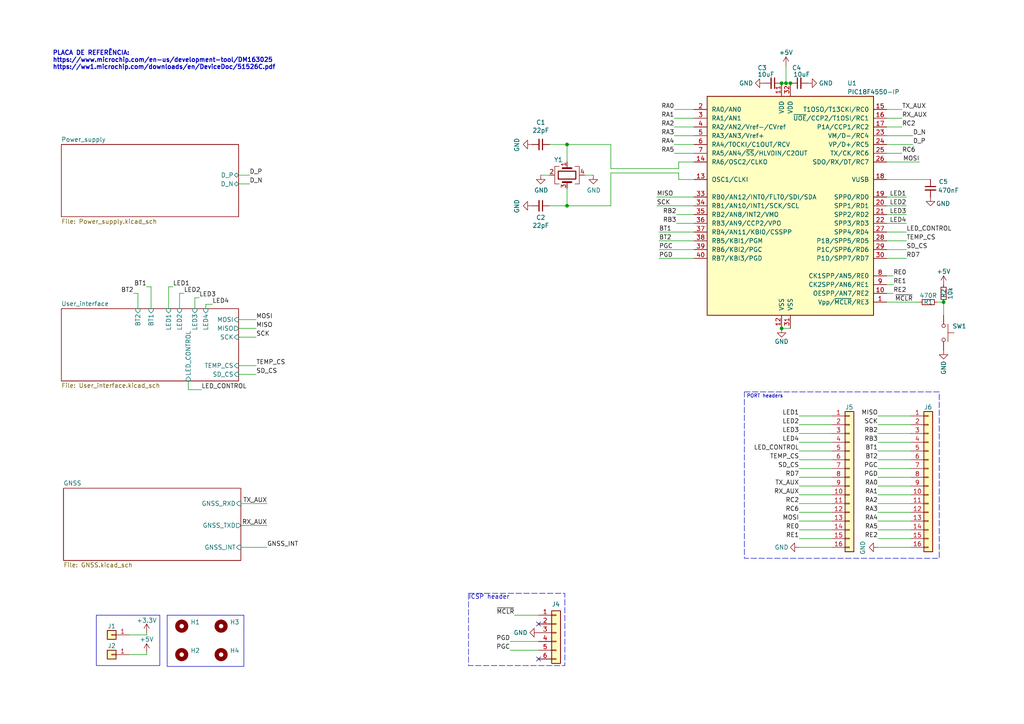
<source format=kicad_sch>
(kicad_sch (version 20230121) (generator eeschema)

  (uuid b8b783ce-e27b-4d21-80df-d10abfb57a87)

  (paper "A4")

  (title_block
    (title "Data Logger + PIC18F4550")
    (date "2023-11-15")
    (rev "0")
  )

  (lib_symbols
    (symbol "+Phygitall:C_Small" (pin_numbers hide) (pin_names (offset 0.254) hide) (in_bom yes) (on_board yes)
      (property "Reference" "C" (at 0.254 1.778 0)
        (effects (font (size 1.27 1.27)) (justify left))
      )
      (property "Value" "C_Small" (at 0.254 -2.032 0)
        (effects (font (size 1.27 1.27)) (justify left))
      )
      (property "Footprint" "+Phygitall:C_0402_1005Metric" (at 0 -8.89 0)
        (effects (font (size 1.27 1.27)) hide)
      )
      (property "Datasheet" "~" (at 0 -11.43 0)
        (effects (font (size 1.27 1.27)) hide)
      )
      (property "Description" "Multilayer Ceramic Chip Capacitor <value> <tolerance> <voltage_rating> <dielectric> <package>" (at 0 0 0)
        (effects (font (size 1.27 1.27)) hide)
      )
      (property "Dielectric" "X5R or better" (at 0 -11.43 0)
        (effects (font (size 1.27 1.27)) hide)
      )
      (property "Moisture sensitivity level" "1" (at 0 -11.43 0)
        (effects (font (size 1.27 1.27)) hide)
      )
      (property "Mounting type" "SMD" (at 0 -11.43 0)
        (effects (font (size 1.27 1.27)) hide)
      )
      (property "Package" "0402_1005Metric" (at 0 -11.43 0)
        (effects (font (size 1.27 1.27)) hide)
      )
      (property "To be assembled?" "Yes" (at 0 -11.43 0)
        (effects (font (size 1.27 1.27)) hide)
      )
      (property "Tolerance" "less than or equal to ±10%" (at 0 -11.43 0)
        (effects (font (size 1.27 1.27)) hide)
      )
      (property "Type" "Multilayer Ceramic Chip Capacitor" (at 0 -11.43 0)
        (effects (font (size 1.27 1.27)) hide)
      )
      (property "Voltage rating" "greater than or equal to 16V" (at 0 -11.43 0)
        (effects (font (size 1.27 1.27)) hide)
      )
      (property "ki_keywords" "capacitor cap" (at 0 0 0)
        (effects (font (size 1.27 1.27)) hide)
      )
      (property "ki_description" "Unpolarized capacitor, small symbol" (at 0 0 0)
        (effects (font (size 1.27 1.27)) hide)
      )
      (property "ki_fp_filters" "C_*" (at 0 0 0)
        (effects (font (size 1.27 1.27)) hide)
      )
      (symbol "C_Small_0_1"
        (polyline
          (pts
            (xy -1.524 -0.508)
            (xy 1.524 -0.508)
          )
          (stroke (width 0.3302) (type default))
          (fill (type none))
        )
        (polyline
          (pts
            (xy -1.524 0.508)
            (xy 1.524 0.508)
          )
          (stroke (width 0.3048) (type default))
          (fill (type none))
        )
      )
      (symbol "C_Small_1_1"
        (pin passive line (at 0 2.54 270) (length 2.032)
          (name "~" (effects (font (size 1.27 1.27))))
          (number "1" (effects (font (size 1.27 1.27))))
        )
        (pin passive line (at 0 -2.54 90) (length 2.032)
          (name "~" (effects (font (size 1.27 1.27))))
          (number "2" (effects (font (size 1.27 1.27))))
        )
      )
    )
    (symbol "+Phygitall:Crystal_GND24_Seiko_Q24FA20H00431" (pin_names (offset 1.016) hide) (in_bom yes) (on_board yes)
      (property "Reference" "Y" (at 3.175 5.08 0)
        (effects (font (size 1.27 1.27)) (justify left))
      )
      (property "Value" "Crystal_GND24_Seiko_Q24FA20H00431" (at 3.175 3.175 0)
        (effects (font (size 1.27 1.27)) (justify left))
      )
      (property "Footprint" "+Phygitall:Seiko_Q24FA20H00431" (at 0 -11.43 0)
        (effects (font (size 1.27 1.27)) hide)
      )
      (property "Datasheet" "https://www5.epsondevice.com/en/products/crystal_unit/fa20h.html" (at 0 -13.97 0)
        (effects (font (size 1.27 1.27)) hide)
      )
      (property "Description" "Four pin crystal, GND on pins 2 and 4, 27.12MHz ±20ppm 18pF 60Ω SMD-2520_4P SMD Crystal Resonators RoHS" (at 0 -13.97 0)
        (effects (font (size 1.27 1.27)) hide)
      )
      (property "Body dimensions" "2.5x2x0.55mm" (at 0 -13.97 0)
        (effects (font (size 1.27 1.27)) hide)
      )
      (property "Manufacturer" "Seiko Epson" (at 0 -13.97 0)
        (effects (font (size 1.27 1.27)) hide)
      )
      (property "Manufacturer P/N" "Q24FA20H00431" (at 0 -13.97 0)
        (effects (font (size 1.27 1.27)) hide)
      )
      (property "Moisture sensitivity level" "1" (at 0 -13.97 0)
        (effects (font (size 1.27 1.27)) hide)
      )
      (property "Mounting type" "SMD" (at 0 -13.97 0)
        (effects (font (size 1.27 1.27)) hide)
      )
      (property "Type" "Crystal" (at 0 -13.97 0)
        (effects (font (size 1.27 1.27)) hide)
      )
      (property "To be assembled?" "Yes" (at 0 -13.97 0)
        (effects (font (size 1.27 1.27)) hide)
      )
      (property "manf#" "Q24FA20H00431" (at 0 -13.97 0)
        (effects (font (size 1.27 1.27)) hide)
      )
      (property "lcsc#" "C255963" (at 0 -13.97 0)
        (effects (font (size 1.27 1.27)) hide)
      )
      (property "mouser#" "732-FA20H2712MA3XC" (at 0 -13.97 0)
        (effects (font (size 1.27 1.27)) hide)
      )
      (property "ki_keywords" "quartz ceramic resonator oscillator" (at 0 0 0)
        (effects (font (size 1.27 1.27)) hide)
      )
      (property "ki_description" "27.12MHz ±20ppm 18pF 60Ω SMD-2520_4P Crystal Resonators (GND on pins 2 and 4)" (at 0 0 0)
        (effects (font (size 1.27 1.27)) hide)
      )
      (property "ki_fp_filters" "Crystal*" (at 0 0 0)
        (effects (font (size 1.27 1.27)) hide)
      )
      (symbol "Crystal_GND24_Seiko_Q24FA20H00431_0_1"
        (rectangle (start -1.143 2.54) (end 1.143 -2.54)
          (stroke (width 0.3048) (type default))
          (fill (type none))
        )
        (polyline
          (pts
            (xy -2.54 0)
            (xy -2.032 0)
          )
          (stroke (width 0) (type default))
          (fill (type none))
        )
        (polyline
          (pts
            (xy -2.032 -1.27)
            (xy -2.032 1.27)
          )
          (stroke (width 0.508) (type default))
          (fill (type none))
        )
        (polyline
          (pts
            (xy 0 -3.81)
            (xy 0 -3.556)
          )
          (stroke (width 0) (type default))
          (fill (type none))
        )
        (polyline
          (pts
            (xy 0 3.556)
            (xy 0 3.81)
          )
          (stroke (width 0) (type default))
          (fill (type none))
        )
        (polyline
          (pts
            (xy 2.032 -1.27)
            (xy 2.032 1.27)
          )
          (stroke (width 0.508) (type default))
          (fill (type none))
        )
        (polyline
          (pts
            (xy 2.032 0)
            (xy 2.54 0)
          )
          (stroke (width 0) (type default))
          (fill (type none))
        )
        (polyline
          (pts
            (xy -2.54 -2.286)
            (xy -2.54 -3.556)
            (xy 2.54 -3.556)
            (xy 2.54 -2.286)
          )
          (stroke (width 0) (type default))
          (fill (type none))
        )
        (polyline
          (pts
            (xy -2.54 2.286)
            (xy -2.54 3.556)
            (xy 2.54 3.556)
            (xy 2.54 2.286)
          )
          (stroke (width 0) (type default))
          (fill (type none))
        )
      )
      (symbol "Crystal_GND24_Seiko_Q24FA20H00431_1_1"
        (pin passive line (at -3.81 0 0) (length 1.27)
          (name "1" (effects (font (size 1.27 1.27))))
          (number "1" (effects (font (size 1.27 1.27))))
        )
        (pin passive line (at 0 5.08 270) (length 1.27)
          (name "2" (effects (font (size 1.27 1.27))))
          (number "2" (effects (font (size 1.27 1.27))))
        )
        (pin passive line (at 3.81 0 180) (length 1.27)
          (name "3" (effects (font (size 1.27 1.27))))
          (number "3" (effects (font (size 1.27 1.27))))
        )
        (pin passive line (at 0 -5.08 90) (length 1.27)
          (name "4" (effects (font (size 1.27 1.27))))
          (number "4" (effects (font (size 1.27 1.27))))
        )
      )
    )
    (symbol "+Phygitall:PinHeader_01x01_P2.54mm_Vertical" (pin_names (offset 1.016) hide) (in_bom yes) (on_board yes)
      (property "Reference" "J" (at 0 2.54 0)
        (effects (font (size 1.27 1.27)))
      )
      (property "Value" "PinHeader_01x01_P2.54mm_Vertical" (at 0 -2.54 0)
        (effects (font (size 1.27 1.27)))
      )
      (property "Footprint" "+Phygitall:PinHeader_1x01_P2.54mm_Vertical" (at 0 -5.08 0)
        (effects (font (size 1.27 1.27)) hide)
      )
      (property "Datasheet" "~" (at 0 -7.62 0)
        (effects (font (size 1.27 1.27)) hide)
      )
      (property "Description" "DNP (Installed: NU) Pin header, single row, 01x01, 1.27mm pitch, vertical" (at 0 -7.62 0)
        (effects (font (size 1.27 1.27)) hide)
      )
      (property "Installed" "NU" (at 0 -7.62 0)
        (effects (font (size 1.27 1.27)) hide)
      )
      (property "Moisture sensitivity level" "1" (at 0 -7.62 0)
        (effects (font (size 1.27 1.27)) hide)
      )
      (property "Mounting type" "PTH" (at 0 -7.62 0)
        (effects (font (size 1.27 1.27)) hide)
      )
      (property "Type" "Pin header" (at 0 -7.62 0)
        (effects (font (size 1.27 1.27)) hide)
      )
      (property "To be assembled?" "No" (at 0 -7.62 0)
        (effects (font (size 1.27 1.27)) hide)
      )
      (property "ki_keywords" "connector pin header" (at 0 0 0)
        (effects (font (size 1.27 1.27)) hide)
      )
      (property "ki_description" "Pin header, single row, 01x01, 2.54mm pitch, vertical" (at 0 0 0)
        (effects (font (size 1.27 1.27)) hide)
      )
      (property "ki_fp_filters" "Connector*:*_1x??_*" (at 0 0 0)
        (effects (font (size 1.27 1.27)) hide)
      )
      (symbol "PinHeader_01x01_P2.54mm_Vertical_1_1"
        (rectangle (start -1.27 0.127) (end 0 -0.127)
          (stroke (width 0.1524) (type default))
          (fill (type none))
        )
        (rectangle (start -1.27 1.27) (end 1.27 -1.27)
          (stroke (width 0.254) (type default))
          (fill (type background))
        )
        (pin passive line (at -5.08 0 0) (length 3.81)
          (name "Pin_1" (effects (font (size 1.27 1.27))))
          (number "1" (effects (font (size 1.27 1.27))))
        )
      )
    )
    (symbol "+Phygitall:PinHeader_01x06_P2.54mm_Vertical" (pin_names (offset 1.016) hide) (in_bom yes) (on_board yes)
      (property "Reference" "J" (at 0 10.16 0)
        (effects (font (size 1.27 1.27)))
      )
      (property "Value" "PinHeader_01x07_P2.54mm_Vertical" (at 0 -10.16 0)
        (effects (font (size 1.27 1.27)))
      )
      (property "Footprint" "+Phygitall:PinHeader_1x06_P2.54mm_Vertical" (at 0 0 0)
        (effects (font (size 1.27 1.27)) hide)
      )
      (property "Datasheet" "~" (at 0 0 0)
        (effects (font (size 1.27 1.27)) hide)
      )
      (property "ki_keywords" "connector" (at 0 0 0)
        (effects (font (size 1.27 1.27)) hide)
      )
      (property "ki_description" "Generic connector, single row, 01x06, script generated (kicad-library-utils/schlib/autogen/connector/)" (at 0 0 0)
        (effects (font (size 1.27 1.27)) hide)
      )
      (property "ki_fp_filters" "Connector*:*_1x??_*" (at 0 0 0)
        (effects (font (size 1.27 1.27)) hide)
      )
      (symbol "PinHeader_01x06_P2.54mm_Vertical_1_1"
        (rectangle (start -1.27 -4.953) (end 0 -5.207)
          (stroke (width 0.1524) (type default))
          (fill (type none))
        )
        (rectangle (start -1.27 -2.413) (end 0 -2.667)
          (stroke (width 0.1524) (type default))
          (fill (type none))
        )
        (rectangle (start -1.27 0.127) (end 0 -0.127)
          (stroke (width 0.1524) (type default))
          (fill (type none))
        )
        (rectangle (start -1.27 2.667) (end 0 2.413)
          (stroke (width 0.1524) (type default))
          (fill (type none))
        )
        (rectangle (start -1.27 5.207) (end 0 4.953)
          (stroke (width 0.1524) (type default))
          (fill (type none))
        )
        (rectangle (start -1.27 7.747) (end 0 7.493)
          (stroke (width 0.1524) (type default))
          (fill (type none))
        )
        (rectangle (start -1.27 8.89) (end 1.27 -6.35)
          (stroke (width 0.254) (type default))
          (fill (type background))
        )
        (pin passive line (at -5.08 7.62 0) (length 3.81)
          (name "Pin_1" (effects (font (size 1.27 1.27))))
          (number "1" (effects (font (size 1.27 1.27))))
        )
        (pin passive line (at -5.08 5.08 0) (length 3.81)
          (name "Pin_2" (effects (font (size 1.27 1.27))))
          (number "2" (effects (font (size 1.27 1.27))))
        )
        (pin passive line (at -5.08 2.54 0) (length 3.81)
          (name "Pin_3" (effects (font (size 1.27 1.27))))
          (number "3" (effects (font (size 1.27 1.27))))
        )
        (pin passive line (at -5.08 0 0) (length 3.81)
          (name "Pin_4" (effects (font (size 1.27 1.27))))
          (number "4" (effects (font (size 1.27 1.27))))
        )
        (pin passive line (at -5.08 -2.54 0) (length 3.81)
          (name "Pin_5" (effects (font (size 1.27 1.27))))
          (number "5" (effects (font (size 1.27 1.27))))
        )
        (pin passive line (at -5.08 -5.08 0) (length 3.81)
          (name "Pin_6" (effects (font (size 1.27 1.27))))
          (number "6" (effects (font (size 1.27 1.27))))
        )
      )
    )
    (symbol "+Phygitall:R_Small" (pin_numbers hide) (pin_names (offset 0.254) hide) (in_bom yes) (on_board yes)
      (property "Reference" "R" (at 0.762 0.508 0)
        (effects (font (size 1.27 1.27)) (justify left))
      )
      (property "Value" "R_Small" (at 0.762 -1.016 0)
        (effects (font (size 1.27 1.27)) (justify left))
      )
      (property "Footprint" "+Phygitall:R_0402_1005Metric" (at 0 -8.89 0)
        (effects (font (size 1.27 1.27)) hide)
      )
      (property "Datasheet" "~" (at 0 -11.43 0)
        (effects (font (size 1.27 1.27)) hide)
      )
      (property "Description" "Chip Resistor <value> <tolerance> <power_rating> <temp._coeff.> <package>" (at 0 -11.43 0)
        (effects (font (size 1.27 1.27)) hide)
      )
      (property "Moisture sensitivity level" "1" (at 0 -11.43 0)
        (effects (font (size 1.27 1.27)) hide)
      )
      (property "Mounting type" "SMD" (at 0 -11.43 0)
        (effects (font (size 1.27 1.27)) hide)
      )
      (property "Package" "0402_1005Metric" (at 0 -11.43 0)
        (effects (font (size 1.27 1.27)) hide)
      )
      (property "Power rating" "greater than or equal to 1/16W" (at 0 -11.43 0)
        (effects (font (size 1.27 1.27)) hide)
      )
      (property "Temperature coefficient" "less than or equal to ±100ppm/ºC" (at 0 -11.43 0)
        (effects (font (size 1.27 1.27)) hide)
      )
      (property "To be assembled?" "Yes" (at 0 -11.43 0)
        (effects (font (size 1.27 1.27)) hide)
      )
      (property "Tolerance" "less than or equal to ±5%" (at 0 -11.43 0)
        (effects (font (size 1.27 1.27)) hide)
      )
      (property "Type" "Chip resistor" (at 0 -11.43 0)
        (effects (font (size 1.27 1.27)) hide)
      )
      (property "ki_keywords" "R resistor" (at 0 0 0)
        (effects (font (size 1.27 1.27)) hide)
      )
      (property "ki_description" "Resistor, small symbol" (at 0 0 0)
        (effects (font (size 1.27 1.27)) hide)
      )
      (property "ki_fp_filters" "R_*" (at 0 0 0)
        (effects (font (size 1.27 1.27)) hide)
      )
      (symbol "R_Small_0_1"
        (rectangle (start -0.762 1.778) (end 0.762 -1.778)
          (stroke (width 0.2032) (type default))
          (fill (type none))
        )
      )
      (symbol "R_Small_1_1"
        (pin passive line (at 0 2.54 270) (length 0.762)
          (name "~" (effects (font (size 1.27 1.27))))
          (number "1" (effects (font (size 1.27 1.27))))
        )
        (pin passive line (at 0 -2.54 90) (length 0.762)
          (name "~" (effects (font (size 1.27 1.27))))
          (number "2" (effects (font (size 1.27 1.27))))
        )
      )
    )
    (symbol "+Phygitall:SW_Push_Shouhan_TS3315A" (pin_numbers hide) (pin_names (offset 1.016) hide) (in_bom yes) (on_board yes)
      (property "Reference" "SW" (at 1.27 2.54 0)
        (effects (font (size 1.27 1.27)) (justify left))
      )
      (property "Value" "SW_Push_Shouhan_TS3315A" (at 0 -1.524 0)
        (effects (font (size 1.27 1.27)))
      )
      (property "Footprint" "+Phygitall:SW_Push_SPST_TopActuated_Shouhan_TS3315A" (at 0 -3.81 0)
        (effects (font (size 1.27 1.27)) hide)
      )
      (property "Datasheet" "https://sohantech.com/tact-switch/3x3x1.5-push-button-switch.html" (at 0 -6.35 0)
        (effects (font (size 1.27 1.27)) hide)
      )
      (property "Description" "Tactile Switch SPST 50mA@12VDC Top Actuated Round Button 5N SMD, 3.3x3.3x1.5mm" (at 0 -6.35 0)
        (effects (font (size 1.27 1.27)) hide)
      )
      (property "Body dimensions" "3.3x3.3x1.5mm" (at 0 -6.35 0)
        (effects (font (size 1.27 1.27)) hide)
      )
      (property "Manufacturer" "Shou Han (Shenzhen Shouhan Technology)" (at 0 -6.35 0)
        (effects (font (size 1.27 1.27)) hide)
      )
      (property "Manufacturer P/N" "TS3315A" (at 0 -6.35 0)
        (effects (font (size 1.27 1.27)) hide)
      )
      (property "Moisture sensitivity level" "1" (at 0 -6.35 0)
        (effects (font (size 1.27 1.27)) hide)
      )
      (property "Mounting type" "SMD" (at 0 -6.35 0)
        (effects (font (size 1.27 1.27)) hide)
      )
      (property "Type" "Tact switch" (at 0 -6.35 0)
        (effects (font (size 1.27 1.27)) hide)
      )
      (property "Power rating" "50mA@12VDC" (at 0 -6.35 0)
        (effects (font (size 1.27 1.27)) hide)
      )
      (property "To be assembled?" "Yes" (at 0 -6.35 0)
        (effects (font (size 1.27 1.27)) hide)
      )
      (property "manf#" "TS3315A" (at 0 -6.35 0)
        (effects (font (size 1.27 1.27)) hide)
      )
      (property "lcsc#" "C412367" (at 0 -6.35 0)
        (effects (font (size 1.27 1.27)) hide)
      )
      (property "ki_keywords" "switch pushbutton push-button push tact tactile" (at 0 0 0)
        (effects (font (size 1.27 1.27)) hide)
      )
      (property "ki_description" "Tactile Switch SPST 50mA@12VDC Top Actuated Round Button 5N SMD, 3.3x3.3x1.5mm" (at 0 0 0)
        (effects (font (size 1.27 1.27)) hide)
      )
      (symbol "SW_Push_Shouhan_TS3315A_0_1"
        (circle (center -2.032 0) (radius 0.508)
          (stroke (width 0) (type default))
          (fill (type none))
        )
        (polyline
          (pts
            (xy 0 1.27)
            (xy 0 3.048)
          )
          (stroke (width 0) (type default))
          (fill (type none))
        )
        (polyline
          (pts
            (xy 2.54 1.27)
            (xy -2.54 1.27)
          )
          (stroke (width 0) (type default))
          (fill (type none))
        )
        (circle (center 2.032 0) (radius 0.508)
          (stroke (width 0) (type default))
          (fill (type none))
        )
        (pin passive line (at -5.08 0 0) (length 2.54)
          (name "1" (effects (font (size 1.27 1.27))))
          (number "1" (effects (font (size 1.27 1.27))))
        )
        (pin passive line (at 5.08 0 180) (length 2.54)
          (name "2" (effects (font (size 1.27 1.27))))
          (number "2" (effects (font (size 1.27 1.27))))
        )
      )
    )
    (symbol "Connector_Generic:Conn_01x16" (pin_names (offset 1.016) hide) (in_bom yes) (on_board yes)
      (property "Reference" "J" (at 0 20.32 0)
        (effects (font (size 1.27 1.27)))
      )
      (property "Value" "Conn_01x16" (at 0 -22.86 0)
        (effects (font (size 1.27 1.27)))
      )
      (property "Footprint" "" (at 0 0 0)
        (effects (font (size 1.27 1.27)) hide)
      )
      (property "Datasheet" "~" (at 0 0 0)
        (effects (font (size 1.27 1.27)) hide)
      )
      (property "ki_keywords" "connector" (at 0 0 0)
        (effects (font (size 1.27 1.27)) hide)
      )
      (property "ki_description" "Generic connector, single row, 01x16, script generated (kicad-library-utils/schlib/autogen/connector/)" (at 0 0 0)
        (effects (font (size 1.27 1.27)) hide)
      )
      (property "ki_fp_filters" "Connector*:*_1x??_*" (at 0 0 0)
        (effects (font (size 1.27 1.27)) hide)
      )
      (symbol "Conn_01x16_1_1"
        (rectangle (start -1.27 -20.193) (end 0 -20.447)
          (stroke (width 0.1524) (type default))
          (fill (type none))
        )
        (rectangle (start -1.27 -17.653) (end 0 -17.907)
          (stroke (width 0.1524) (type default))
          (fill (type none))
        )
        (rectangle (start -1.27 -15.113) (end 0 -15.367)
          (stroke (width 0.1524) (type default))
          (fill (type none))
        )
        (rectangle (start -1.27 -12.573) (end 0 -12.827)
          (stroke (width 0.1524) (type default))
          (fill (type none))
        )
        (rectangle (start -1.27 -10.033) (end 0 -10.287)
          (stroke (width 0.1524) (type default))
          (fill (type none))
        )
        (rectangle (start -1.27 -7.493) (end 0 -7.747)
          (stroke (width 0.1524) (type default))
          (fill (type none))
        )
        (rectangle (start -1.27 -4.953) (end 0 -5.207)
          (stroke (width 0.1524) (type default))
          (fill (type none))
        )
        (rectangle (start -1.27 -2.413) (end 0 -2.667)
          (stroke (width 0.1524) (type default))
          (fill (type none))
        )
        (rectangle (start -1.27 0.127) (end 0 -0.127)
          (stroke (width 0.1524) (type default))
          (fill (type none))
        )
        (rectangle (start -1.27 2.667) (end 0 2.413)
          (stroke (width 0.1524) (type default))
          (fill (type none))
        )
        (rectangle (start -1.27 5.207) (end 0 4.953)
          (stroke (width 0.1524) (type default))
          (fill (type none))
        )
        (rectangle (start -1.27 7.747) (end 0 7.493)
          (stroke (width 0.1524) (type default))
          (fill (type none))
        )
        (rectangle (start -1.27 10.287) (end 0 10.033)
          (stroke (width 0.1524) (type default))
          (fill (type none))
        )
        (rectangle (start -1.27 12.827) (end 0 12.573)
          (stroke (width 0.1524) (type default))
          (fill (type none))
        )
        (rectangle (start -1.27 15.367) (end 0 15.113)
          (stroke (width 0.1524) (type default))
          (fill (type none))
        )
        (rectangle (start -1.27 17.907) (end 0 17.653)
          (stroke (width 0.1524) (type default))
          (fill (type none))
        )
        (rectangle (start -1.27 19.05) (end 1.27 -21.59)
          (stroke (width 0.254) (type default))
          (fill (type background))
        )
        (pin passive line (at -5.08 17.78 0) (length 3.81)
          (name "Pin_1" (effects (font (size 1.27 1.27))))
          (number "1" (effects (font (size 1.27 1.27))))
        )
        (pin passive line (at -5.08 -5.08 0) (length 3.81)
          (name "Pin_10" (effects (font (size 1.27 1.27))))
          (number "10" (effects (font (size 1.27 1.27))))
        )
        (pin passive line (at -5.08 -7.62 0) (length 3.81)
          (name "Pin_11" (effects (font (size 1.27 1.27))))
          (number "11" (effects (font (size 1.27 1.27))))
        )
        (pin passive line (at -5.08 -10.16 0) (length 3.81)
          (name "Pin_12" (effects (font (size 1.27 1.27))))
          (number "12" (effects (font (size 1.27 1.27))))
        )
        (pin passive line (at -5.08 -12.7 0) (length 3.81)
          (name "Pin_13" (effects (font (size 1.27 1.27))))
          (number "13" (effects (font (size 1.27 1.27))))
        )
        (pin passive line (at -5.08 -15.24 0) (length 3.81)
          (name "Pin_14" (effects (font (size 1.27 1.27))))
          (number "14" (effects (font (size 1.27 1.27))))
        )
        (pin passive line (at -5.08 -17.78 0) (length 3.81)
          (name "Pin_15" (effects (font (size 1.27 1.27))))
          (number "15" (effects (font (size 1.27 1.27))))
        )
        (pin passive line (at -5.08 -20.32 0) (length 3.81)
          (name "Pin_16" (effects (font (size 1.27 1.27))))
          (number "16" (effects (font (size 1.27 1.27))))
        )
        (pin passive line (at -5.08 15.24 0) (length 3.81)
          (name "Pin_2" (effects (font (size 1.27 1.27))))
          (number "2" (effects (font (size 1.27 1.27))))
        )
        (pin passive line (at -5.08 12.7 0) (length 3.81)
          (name "Pin_3" (effects (font (size 1.27 1.27))))
          (number "3" (effects (font (size 1.27 1.27))))
        )
        (pin passive line (at -5.08 10.16 0) (length 3.81)
          (name "Pin_4" (effects (font (size 1.27 1.27))))
          (number "4" (effects (font (size 1.27 1.27))))
        )
        (pin passive line (at -5.08 7.62 0) (length 3.81)
          (name "Pin_5" (effects (font (size 1.27 1.27))))
          (number "5" (effects (font (size 1.27 1.27))))
        )
        (pin passive line (at -5.08 5.08 0) (length 3.81)
          (name "Pin_6" (effects (font (size 1.27 1.27))))
          (number "6" (effects (font (size 1.27 1.27))))
        )
        (pin passive line (at -5.08 2.54 0) (length 3.81)
          (name "Pin_7" (effects (font (size 1.27 1.27))))
          (number "7" (effects (font (size 1.27 1.27))))
        )
        (pin passive line (at -5.08 0 0) (length 3.81)
          (name "Pin_8" (effects (font (size 1.27 1.27))))
          (number "8" (effects (font (size 1.27 1.27))))
        )
        (pin passive line (at -5.08 -2.54 0) (length 3.81)
          (name "Pin_9" (effects (font (size 1.27 1.27))))
          (number "9" (effects (font (size 1.27 1.27))))
        )
      )
    )
    (symbol "GND_1" (power) (pin_names (offset 0)) (in_bom yes) (on_board yes)
      (property "Reference" "#PWR" (at 0 -6.35 0)
        (effects (font (size 1.27 1.27)) hide)
      )
      (property "Value" "GND_1" (at 0 -3.81 0)
        (effects (font (size 1.27 1.27)))
      )
      (property "Footprint" "" (at 0 0 0)
        (effects (font (size 1.27 1.27)) hide)
      )
      (property "Datasheet" "" (at 0 0 0)
        (effects (font (size 1.27 1.27)) hide)
      )
      (property "ki_keywords" "global power" (at 0 0 0)
        (effects (font (size 1.27 1.27)) hide)
      )
      (property "ki_description" "Power symbol creates a global label with name \"GND\" , ground" (at 0 0 0)
        (effects (font (size 1.27 1.27)) hide)
      )
      (symbol "GND_1_0_1"
        (polyline
          (pts
            (xy 0 0)
            (xy 0 -1.27)
            (xy 1.27 -1.27)
            (xy 0 -2.54)
            (xy -1.27 -1.27)
            (xy 0 -1.27)
          )
          (stroke (width 0) (type default))
          (fill (type none))
        )
      )
      (symbol "GND_1_1_1"
        (pin power_in line (at 0 0 270) (length 0) hide
          (name "GND" (effects (font (size 1.27 1.27))))
          (number "1" (effects (font (size 1.27 1.27))))
        )
      )
    )
    (symbol "MCU_Microchip_PIC18:PIC18F4550-IP" (pin_names (offset 1.27)) (in_bom yes) (on_board yes)
      (property "Reference" "U" (at -22.86 33.02 0)
        (effects (font (size 1.27 1.27)))
      )
      (property "Value" "PIC18F4550-IP" (at 13.97 -33.02 0)
        (effects (font (size 1.27 1.27)))
      )
      (property "Footprint" "Package_DIP:DIP-40_W15.24mm" (at 0 5.08 0)
        (effects (font (size 1.27 1.27) italic) hide)
      )
      (property "Datasheet" "http://ww1.microchip.com/downloads/en/DeviceDoc/39760d.pdf" (at 0 -6.35 0)
        (effects (font (size 1.27 1.27)) hide)
      )
      (property "ki_keywords" "Flash-Based 8-Bit Microcontroller XLP" (at 0 0 0)
        (effects (font (size 1.27 1.27)) hide)
      )
      (property "ki_description" "32K Flash, 2K SRAM, 256 EEPROM, USB, nanoWatt XLP, DIP40" (at 0 0 0)
        (effects (font (size 1.27 1.27)) hide)
      )
      (property "ki_fp_filters" "DIP*W15.24mm* PDIP*W15.24mm*" (at 0 0 0)
        (effects (font (size 1.27 1.27)) hide)
      )
      (symbol "PIC18F4550-IP_0_1"
        (rectangle (start -24.13 31.75) (end 24.13 -31.75)
          (stroke (width 0.254) (type default))
          (fill (type background))
        )
      )
      (symbol "PIC18F4550-IP_1_1"
        (pin input line (at 27.94 -27.94 180) (length 3.81)
          (name "Vpp/~{MCLR}/RE3" (effects (font (size 1.27 1.27))))
          (number "1" (effects (font (size 1.27 1.27))))
        )
        (pin bidirectional line (at 27.94 -25.4 180) (length 3.81)
          (name "OESPP/AN7/RE2" (effects (font (size 1.27 1.27))))
          (number "10" (effects (font (size 1.27 1.27))))
        )
        (pin power_in line (at -2.54 35.56 270) (length 3.81)
          (name "VDD" (effects (font (size 1.27 1.27))))
          (number "11" (effects (font (size 1.27 1.27))))
        )
        (pin power_in line (at -2.54 -35.56 90) (length 3.81)
          (name "VSS" (effects (font (size 1.27 1.27))))
          (number "12" (effects (font (size 1.27 1.27))))
        )
        (pin input line (at -27.94 7.62 0) (length 3.81)
          (name "OSC1/CLKI" (effects (font (size 1.27 1.27))))
          (number "13" (effects (font (size 1.27 1.27))))
        )
        (pin output line (at -27.94 12.7 0) (length 3.81)
          (name "RA6/OSC2/CLKO" (effects (font (size 1.27 1.27))))
          (number "14" (effects (font (size 1.27 1.27))))
        )
        (pin bidirectional line (at 27.94 27.94 180) (length 3.81)
          (name "T1OSO/T13CKI/RC0" (effects (font (size 1.27 1.27))))
          (number "15" (effects (font (size 1.27 1.27))))
        )
        (pin bidirectional line (at 27.94 25.4 180) (length 3.81)
          (name "~{UOE}/CCP2/T1OSI/RC1" (effects (font (size 1.27 1.27))))
          (number "16" (effects (font (size 1.27 1.27))))
        )
        (pin bidirectional line (at 27.94 22.86 180) (length 3.81)
          (name "P1A/CCP1/RC2" (effects (font (size 1.27 1.27))))
          (number "17" (effects (font (size 1.27 1.27))))
        )
        (pin bidirectional line (at 27.94 7.62 180) (length 3.81)
          (name "VUSB" (effects (font (size 1.27 1.27))))
          (number "18" (effects (font (size 1.27 1.27))))
        )
        (pin bidirectional line (at 27.94 2.54 180) (length 3.81)
          (name "SPP0/RD0" (effects (font (size 1.27 1.27))))
          (number "19" (effects (font (size 1.27 1.27))))
        )
        (pin bidirectional line (at -27.94 27.94 0) (length 3.81)
          (name "RA0/AN0" (effects (font (size 1.27 1.27))))
          (number "2" (effects (font (size 1.27 1.27))))
        )
        (pin bidirectional line (at 27.94 0 180) (length 3.81)
          (name "SPP1/RD1" (effects (font (size 1.27 1.27))))
          (number "20" (effects (font (size 1.27 1.27))))
        )
        (pin bidirectional line (at 27.94 -2.54 180) (length 3.81)
          (name "SPP2/RD2" (effects (font (size 1.27 1.27))))
          (number "21" (effects (font (size 1.27 1.27))))
        )
        (pin bidirectional line (at 27.94 -5.08 180) (length 3.81)
          (name "SPP3/RD3" (effects (font (size 1.27 1.27))))
          (number "22" (effects (font (size 1.27 1.27))))
        )
        (pin bidirectional line (at 27.94 20.32 180) (length 3.81)
          (name "VM/D-/RC4" (effects (font (size 1.27 1.27))))
          (number "23" (effects (font (size 1.27 1.27))))
        )
        (pin bidirectional line (at 27.94 17.78 180) (length 3.81)
          (name "VP/D+/RC5" (effects (font (size 1.27 1.27))))
          (number "24" (effects (font (size 1.27 1.27))))
        )
        (pin bidirectional line (at 27.94 15.24 180) (length 3.81)
          (name "TX/CK/RC6" (effects (font (size 1.27 1.27))))
          (number "25" (effects (font (size 1.27 1.27))))
        )
        (pin bidirectional line (at 27.94 12.7 180) (length 3.81)
          (name "SDO/RX/DT/RC7" (effects (font (size 1.27 1.27))))
          (number "26" (effects (font (size 1.27 1.27))))
        )
        (pin bidirectional line (at 27.94 -7.62 180) (length 3.81)
          (name "SPP4/RD4" (effects (font (size 1.27 1.27))))
          (number "27" (effects (font (size 1.27 1.27))))
        )
        (pin bidirectional line (at 27.94 -10.16 180) (length 3.81)
          (name "P1B/SPP5/RD5" (effects (font (size 1.27 1.27))))
          (number "28" (effects (font (size 1.27 1.27))))
        )
        (pin bidirectional line (at 27.94 -12.7 180) (length 3.81)
          (name "P1C/SPP6/RD6" (effects (font (size 1.27 1.27))))
          (number "29" (effects (font (size 1.27 1.27))))
        )
        (pin bidirectional line (at -27.94 25.4 0) (length 3.81)
          (name "RA1/AN1" (effects (font (size 1.27 1.27))))
          (number "3" (effects (font (size 1.27 1.27))))
        )
        (pin bidirectional line (at 27.94 -15.24 180) (length 3.81)
          (name "P1D/SPP7/RD7" (effects (font (size 1.27 1.27))))
          (number "30" (effects (font (size 1.27 1.27))))
        )
        (pin power_in line (at 0 -35.56 90) (length 3.81)
          (name "VSS" (effects (font (size 1.27 1.27))))
          (number "31" (effects (font (size 1.27 1.27))))
        )
        (pin power_in line (at 0 35.56 270) (length 3.81)
          (name "VDD" (effects (font (size 1.27 1.27))))
          (number "32" (effects (font (size 1.27 1.27))))
        )
        (pin bidirectional line (at -27.94 2.54 0) (length 3.81)
          (name "RB0/AN12/INT0/FLT0/SDI/SDA" (effects (font (size 1.27 1.27))))
          (number "33" (effects (font (size 1.27 1.27))))
        )
        (pin bidirectional line (at -27.94 0 0) (length 3.81)
          (name "RB1/AN10/INT1/SCK/SCL" (effects (font (size 1.27 1.27))))
          (number "34" (effects (font (size 1.27 1.27))))
        )
        (pin bidirectional line (at -27.94 -2.54 0) (length 3.81)
          (name "RB2/AN8/INT2/VMO" (effects (font (size 1.27 1.27))))
          (number "35" (effects (font (size 1.27 1.27))))
        )
        (pin bidirectional line (at -27.94 -5.08 0) (length 3.81)
          (name "RB3/AN9/CCP2/VPO" (effects (font (size 1.27 1.27))))
          (number "36" (effects (font (size 1.27 1.27))))
        )
        (pin bidirectional line (at -27.94 -7.62 0) (length 3.81)
          (name "RB4/AN11/KBI0/CSSPP" (effects (font (size 1.27 1.27))))
          (number "37" (effects (font (size 1.27 1.27))))
        )
        (pin bidirectional line (at -27.94 -10.16 0) (length 3.81)
          (name "RB5/KBI1/PGM" (effects (font (size 1.27 1.27))))
          (number "38" (effects (font (size 1.27 1.27))))
        )
        (pin bidirectional line (at -27.94 -12.7 0) (length 3.81)
          (name "RB6/KBI2/PGC" (effects (font (size 1.27 1.27))))
          (number "39" (effects (font (size 1.27 1.27))))
        )
        (pin bidirectional line (at -27.94 22.86 0) (length 3.81)
          (name "RA2/AN2/Vref-/CVref" (effects (font (size 1.27 1.27))))
          (number "4" (effects (font (size 1.27 1.27))))
        )
        (pin bidirectional line (at -27.94 -15.24 0) (length 3.81)
          (name "RB7/KBI3/PGD" (effects (font (size 1.27 1.27))))
          (number "40" (effects (font (size 1.27 1.27))))
        )
        (pin bidirectional line (at -27.94 20.32 0) (length 3.81)
          (name "RA3/AN3/Vref+" (effects (font (size 1.27 1.27))))
          (number "5" (effects (font (size 1.27 1.27))))
        )
        (pin bidirectional line (at -27.94 17.78 0) (length 3.81)
          (name "RA4/T0CKI/C1OUT/RCV" (effects (font (size 1.27 1.27))))
          (number "6" (effects (font (size 1.27 1.27))))
        )
        (pin bidirectional line (at -27.94 15.24 0) (length 3.81)
          (name "RA5/AN4/~{SS}/HLVDIN/C2OUT" (effects (font (size 1.27 1.27))))
          (number "7" (effects (font (size 1.27 1.27))))
        )
        (pin bidirectional line (at 27.94 -20.32 180) (length 3.81)
          (name "CK1SPP/AN5/RE0" (effects (font (size 1.27 1.27))))
          (number "8" (effects (font (size 1.27 1.27))))
        )
        (pin bidirectional line (at 27.94 -22.86 180) (length 3.81)
          (name "CK2SPP/AN6/RE1" (effects (font (size 1.27 1.27))))
          (number "9" (effects (font (size 1.27 1.27))))
        )
      )
    )
    (symbol "Mechanical:MountingHole" (pin_names (offset 1.016)) (in_bom yes) (on_board yes)
      (property "Reference" "H" (at 0 5.08 0)
        (effects (font (size 1.27 1.27)))
      )
      (property "Value" "MountingHole" (at 0 3.175 0)
        (effects (font (size 1.27 1.27)))
      )
      (property "Footprint" "" (at 0 0 0)
        (effects (font (size 1.27 1.27)) hide)
      )
      (property "Datasheet" "~" (at 0 0 0)
        (effects (font (size 1.27 1.27)) hide)
      )
      (property "ki_keywords" "mounting hole" (at 0 0 0)
        (effects (font (size 1.27 1.27)) hide)
      )
      (property "ki_description" "Mounting Hole without connection" (at 0 0 0)
        (effects (font (size 1.27 1.27)) hide)
      )
      (property "ki_fp_filters" "MountingHole*" (at 0 0 0)
        (effects (font (size 1.27 1.27)) hide)
      )
      (symbol "MountingHole_0_1"
        (circle (center 0 0) (radius 1.27)
          (stroke (width 1.27) (type default))
          (fill (type none))
        )
      )
    )
    (symbol "power:+3.3V" (power) (pin_names (offset 0)) (in_bom yes) (on_board yes)
      (property "Reference" "#PWR" (at 0 -3.81 0)
        (effects (font (size 1.27 1.27)) hide)
      )
      (property "Value" "+3.3V" (at 0 3.556 0)
        (effects (font (size 1.27 1.27)))
      )
      (property "Footprint" "" (at 0 0 0)
        (effects (font (size 1.27 1.27)) hide)
      )
      (property "Datasheet" "" (at 0 0 0)
        (effects (font (size 1.27 1.27)) hide)
      )
      (property "ki_keywords" "power-flag" (at 0 0 0)
        (effects (font (size 1.27 1.27)) hide)
      )
      (property "ki_description" "Power symbol creates a global label with name \"+3.3V\"" (at 0 0 0)
        (effects (font (size 1.27 1.27)) hide)
      )
      (symbol "+3.3V_0_1"
        (polyline
          (pts
            (xy -0.762 1.27)
            (xy 0 2.54)
          )
          (stroke (width 0) (type default))
          (fill (type none))
        )
        (polyline
          (pts
            (xy 0 0)
            (xy 0 2.54)
          )
          (stroke (width 0) (type default))
          (fill (type none))
        )
        (polyline
          (pts
            (xy 0 2.54)
            (xy 0.762 1.27)
          )
          (stroke (width 0) (type default))
          (fill (type none))
        )
      )
      (symbol "+3.3V_1_1"
        (pin power_in line (at 0 0 90) (length 0) hide
          (name "+3.3V" (effects (font (size 1.27 1.27))))
          (number "1" (effects (font (size 1.27 1.27))))
        )
      )
    )
    (symbol "power:+5V" (power) (pin_names (offset 0)) (in_bom yes) (on_board yes)
      (property "Reference" "#PWR" (at 0 -3.81 0)
        (effects (font (size 1.27 1.27)) hide)
      )
      (property "Value" "+5V" (at 0 3.556 0)
        (effects (font (size 1.27 1.27)))
      )
      (property "Footprint" "" (at 0 0 0)
        (effects (font (size 1.27 1.27)) hide)
      )
      (property "Datasheet" "" (at 0 0 0)
        (effects (font (size 1.27 1.27)) hide)
      )
      (property "ki_keywords" "global power" (at 0 0 0)
        (effects (font (size 1.27 1.27)) hide)
      )
      (property "ki_description" "Power symbol creates a global label with name \"+5V\"" (at 0 0 0)
        (effects (font (size 1.27 1.27)) hide)
      )
      (symbol "+5V_0_1"
        (polyline
          (pts
            (xy -0.762 1.27)
            (xy 0 2.54)
          )
          (stroke (width 0) (type default))
          (fill (type none))
        )
        (polyline
          (pts
            (xy 0 0)
            (xy 0 2.54)
          )
          (stroke (width 0) (type default))
          (fill (type none))
        )
        (polyline
          (pts
            (xy 0 2.54)
            (xy 0.762 1.27)
          )
          (stroke (width 0) (type default))
          (fill (type none))
        )
      )
      (symbol "+5V_1_1"
        (pin power_in line (at 0 0 90) (length 0) hide
          (name "+5V" (effects (font (size 1.27 1.27))))
          (number "1" (effects (font (size 1.27 1.27))))
        )
      )
    )
    (symbol "power:GND" (power) (pin_names (offset 0)) (in_bom yes) (on_board yes)
      (property "Reference" "#PWR" (at 0 -6.35 0)
        (effects (font (size 1.27 1.27)) hide)
      )
      (property "Value" "GND" (at 0 -3.81 0)
        (effects (font (size 1.27 1.27)))
      )
      (property "Footprint" "" (at 0 0 0)
        (effects (font (size 1.27 1.27)) hide)
      )
      (property "Datasheet" "" (at 0 0 0)
        (effects (font (size 1.27 1.27)) hide)
      )
      (property "ki_keywords" "power-flag" (at 0 0 0)
        (effects (font (size 1.27 1.27)) hide)
      )
      (property "ki_description" "Power symbol creates a global label with name \"GND\" , ground" (at 0 0 0)
        (effects (font (size 1.27 1.27)) hide)
      )
      (symbol "GND_0_1"
        (polyline
          (pts
            (xy 0 0)
            (xy 0 -1.27)
            (xy 1.27 -1.27)
            (xy 0 -2.54)
            (xy -1.27 -1.27)
            (xy 0 -1.27)
          )
          (stroke (width 0) (type default))
          (fill (type none))
        )
      )
      (symbol "GND_1_1"
        (pin power_in line (at 0 0 270) (length 0) hide
          (name "GND" (effects (font (size 1.27 1.27))))
          (number "1" (effects (font (size 1.27 1.27))))
        )
      )
    )
  )

  (junction (at 164.465 41.91) (diameter 0) (color 0 0 0 0)
    (uuid 070cb5b3-08fd-4cd3-beff-a2b44a81eee6)
  )
  (junction (at 229.235 24.13) (diameter 0) (color 0 0 0 0)
    (uuid 13f07ffe-46eb-4ebd-88c1-03f64d98f273)
  )
  (junction (at 227.965 24.13) (diameter 0) (color 0 0 0 0)
    (uuid 48082ca0-549e-4676-80b0-3fd818113bfe)
  )
  (junction (at 164.465 59.69) (diameter 0) (color 0 0 0 0)
    (uuid 75e5911c-5124-4091-8842-f9ff5996b3ee)
  )
  (junction (at 226.695 24.13) (diameter 0) (color 0 0 0 0)
    (uuid a0f6c194-ed6d-4fa3-af35-adb1b0f29e5b)
  )
  (junction (at 226.695 95.25) (diameter 0) (color 0 0 0 0)
    (uuid c5ea3a00-a9da-4f5c-a799-30696fce443c)
  )
  (junction (at 273.685 87.63) (diameter 0) (color 0 0 0 0)
    (uuid d0063aa5-34f8-4fd1-98fa-52387e5e23f2)
  )

  (no_connect (at 156.21 180.975) (uuid 07c0a27f-35fe-4ac8-8360-ee3a412b788e))
  (no_connect (at 156.21 191.135) (uuid f63c669e-5907-40b1-8378-079b90fe08bc))

  (wire (pts (xy 195.58 36.83) (xy 201.295 36.83))
    (stroke (width 0) (type default))
    (uuid 025e2903-afaf-42e5-a3e7-bd5eb998bd1c)
  )
  (wire (pts (xy 254.635 146.05) (xy 264.16 146.05))
    (stroke (width 0) (type default))
    (uuid 032b1648-482c-4486-bc8e-c1583952d5ef)
  )
  (wire (pts (xy 254.635 138.43) (xy 264.16 138.43))
    (stroke (width 0) (type default))
    (uuid 05ecbfc9-20ed-4a99-80cd-d14a05e03462)
  )
  (wire (pts (xy 257.175 57.15) (xy 262.89 57.15))
    (stroke (width 0) (type default))
    (uuid 06817070-4a2a-4605-9e9c-bcc3d1f2d785)
  )
  (wire (pts (xy 37.465 184.15) (xy 42.545 184.15))
    (stroke (width 0) (type default))
    (uuid 08c7b400-a321-420c-838e-19771fd22d1a)
  )
  (wire (pts (xy 254.635 135.89) (xy 264.16 135.89))
    (stroke (width 0) (type default))
    (uuid 102c9ce1-572d-4474-b72c-37482ba27937)
  )
  (wire (pts (xy 196.215 64.77) (xy 201.295 64.77))
    (stroke (width 0) (type default))
    (uuid 104f7b4c-9e3a-484d-af6b-9cb1281b8806)
  )
  (wire (pts (xy 257.175 62.23) (xy 262.89 62.23))
    (stroke (width 0) (type default))
    (uuid 119e12c3-98ea-4d2e-a9f3-16f55e6683b2)
  )
  (wire (pts (xy 257.175 69.85) (xy 262.89 69.85))
    (stroke (width 0) (type default))
    (uuid 141002c7-d9b9-4fdc-aeb8-118f6abfe69c)
  )
  (wire (pts (xy 254.635 128.27) (xy 264.16 128.27))
    (stroke (width 0) (type default))
    (uuid 1637af2e-83a5-4a0c-aefc-e9a68a8651f6)
  )
  (wire (pts (xy 257.175 82.55) (xy 259.08 82.55))
    (stroke (width 0) (type default))
    (uuid 17a89246-70a0-49bc-ad47-1c57bd8468a5)
  )
  (wire (pts (xy 257.175 44.45) (xy 261.62 44.45))
    (stroke (width 0) (type default))
    (uuid 1843f1cc-84e0-49c7-a478-64180cfc0c10)
  )
  (wire (pts (xy 42.545 184.15) (xy 42.545 183.515))
    (stroke (width 0) (type default))
    (uuid 1c10cc6a-ef66-45a0-b23e-0413dc205239)
  )
  (wire (pts (xy 164.465 59.69) (xy 177.165 59.69))
    (stroke (width 0) (type default))
    (uuid 1d122576-a711-4be2-bc7c-a5dceae8a2dd)
  )
  (wire (pts (xy 196.85 48.895) (xy 196.85 46.99))
    (stroke (width 0) (type default))
    (uuid 2091548f-a1f3-41ae-b073-2e1c248c2e8f)
  )
  (wire (pts (xy 254.635 158.75) (xy 264.16 158.75))
    (stroke (width 0) (type default))
    (uuid 20c56e10-4df7-4cf0-ba0e-0859cb20d419)
  )
  (wire (pts (xy 257.175 72.39) (xy 262.89 72.39))
    (stroke (width 0) (type default))
    (uuid 20e36f5e-eb78-4ea6-a007-3b4b9711642d)
  )
  (wire (pts (xy 227.965 24.13) (xy 226.695 24.13))
    (stroke (width 0) (type default))
    (uuid 22ec4da2-96f8-4230-9439-1b1fb2962076)
  )
  (wire (pts (xy 269.875 52.07) (xy 257.175 52.07))
    (stroke (width 0) (type default))
    (uuid 250d1a59-7729-4872-9cf7-adef78756d43)
  )
  (wire (pts (xy 196.85 52.07) (xy 201.295 52.07))
    (stroke (width 0) (type default))
    (uuid 29379165-2d23-4e68-ac26-f546b7e0810e)
  )
  (wire (pts (xy 164.465 41.91) (xy 164.465 46.99))
    (stroke (width 0) (type default))
    (uuid 293e62b6-42b4-42c5-8053-9d92031d0aed)
  )
  (wire (pts (xy 191.135 69.85) (xy 201.295 69.85))
    (stroke (width 0) (type default))
    (uuid 2963840e-4658-434f-934a-ae53852cc07f)
  )
  (wire (pts (xy 231.775 128.27) (xy 241.3 128.27))
    (stroke (width 0) (type default))
    (uuid 2c524eba-ac24-40b2-9c01-1cde6572c484)
  )
  (wire (pts (xy 69.85 158.75) (xy 77.47 158.75))
    (stroke (width 0) (type default))
    (uuid 2e87192b-fbad-427d-815c-ce47408733fa)
  )
  (wire (pts (xy 254.635 148.59) (xy 264.16 148.59))
    (stroke (width 0) (type default))
    (uuid 3124be79-eab4-4a86-b721-a71f323c621a)
  )
  (wire (pts (xy 231.775 140.97) (xy 241.3 140.97))
    (stroke (width 0) (type default))
    (uuid 33115ffb-96d5-4a4f-9d47-d0803f5ca7d7)
  )
  (wire (pts (xy 195.58 39.37) (xy 201.295 39.37))
    (stroke (width 0) (type default))
    (uuid 3417e237-d6e3-42db-997d-d103d7c40002)
  )
  (wire (pts (xy 257.175 46.99) (xy 266.7 46.99))
    (stroke (width 0) (type default))
    (uuid 36bc18e1-18a1-4217-bc52-b1fdaf1e03bc)
  )
  (wire (pts (xy 231.775 130.81) (xy 241.3 130.81))
    (stroke (width 0) (type default))
    (uuid 38fa24a7-4737-4e05-b45d-64557a61c7e7)
  )
  (wire (pts (xy 177.165 41.91) (xy 177.165 48.895))
    (stroke (width 0) (type default))
    (uuid 3aa8717e-d64e-41ae-b181-e10bc49f8958)
  )
  (wire (pts (xy 271.78 87.63) (xy 273.685 87.63))
    (stroke (width 0) (type default))
    (uuid 3b6dc6eb-b236-409c-b246-5134d08e0710)
  )
  (wire (pts (xy 257.175 87.63) (xy 266.7 87.63))
    (stroke (width 0) (type default))
    (uuid 3c2c3371-b7dd-4573-89a7-b38e2154ebd1)
  )
  (wire (pts (xy 227.965 19.05) (xy 227.965 24.13))
    (stroke (width 0) (type default))
    (uuid 3e053483-a8da-4cdb-9fbc-57a861f2cd0f)
  )
  (wire (pts (xy 257.175 34.29) (xy 261.62 34.29))
    (stroke (width 0) (type default))
    (uuid 3f9ba6b7-628d-4eed-b421-691fd385fe69)
  )
  (wire (pts (xy 254.635 151.13) (xy 264.16 151.13))
    (stroke (width 0) (type default))
    (uuid 43089a03-b489-4efc-b700-2500a38a5bdd)
  )
  (wire (pts (xy 231.775 135.89) (xy 241.3 135.89))
    (stroke (width 0) (type default))
    (uuid 45075392-bce8-44bd-b539-5522bf0a8626)
  )
  (wire (pts (xy 69.215 97.79) (xy 74.295 97.79))
    (stroke (width 0) (type default))
    (uuid 4f768584-6b7c-425c-af85-c573bc1b160b)
  )
  (wire (pts (xy 191.135 72.39) (xy 201.295 72.39))
    (stroke (width 0) (type default))
    (uuid 51a46d4c-fce6-4b7d-81a0-19b44e38a471)
  )
  (wire (pts (xy 164.465 41.91) (xy 177.165 41.91))
    (stroke (width 0) (type default))
    (uuid 51f88627-6dba-439a-b86a-505e1c9f7341)
  )
  (wire (pts (xy 231.775 123.19) (xy 241.3 123.19))
    (stroke (width 0) (type default))
    (uuid 5275a74b-099d-41d9-a749-1792c4021914)
  )
  (wire (pts (xy 196.215 62.23) (xy 201.295 62.23))
    (stroke (width 0) (type default))
    (uuid 53039405-55e5-490e-a09e-c608359f0ded)
  )
  (wire (pts (xy 56.515 89.535) (xy 56.515 86.36))
    (stroke (width 0) (type default))
    (uuid 55f8fc22-cc5f-47e1-b44b-04e0e7632357)
  )
  (wire (pts (xy 43.815 89.535) (xy 43.815 83.185))
    (stroke (width 0) (type default))
    (uuid 56b80194-052a-491c-a2d6-a9f7d480ee0a)
  )
  (wire (pts (xy 196.85 50.165) (xy 196.85 52.07))
    (stroke (width 0) (type default))
    (uuid 577f59ab-9720-4cdc-a394-667806ddb007)
  )
  (wire (pts (xy 257.175 59.69) (xy 262.89 59.69))
    (stroke (width 0) (type default))
    (uuid 59913b56-4407-413e-9ce0-30f7761ec3b3)
  )
  (wire (pts (xy 254.635 125.73) (xy 264.16 125.73))
    (stroke (width 0) (type default))
    (uuid 5c42588a-708d-481c-8353-96b7d031411f)
  )
  (wire (pts (xy 147.955 186.055) (xy 156.21 186.055))
    (stroke (width 0) (type default))
    (uuid 5cb6585d-ec04-46a9-83f6-198aee5661cd)
  )
  (wire (pts (xy 42.545 83.185) (xy 43.815 83.185))
    (stroke (width 0) (type default))
    (uuid 5e367821-21a9-40e5-a86c-43dff00d7c92)
  )
  (wire (pts (xy 231.775 156.21) (xy 241.3 156.21))
    (stroke (width 0) (type default))
    (uuid 611895aa-2061-4e29-8695-75ae3a0c91c7)
  )
  (wire (pts (xy 191.135 67.31) (xy 201.295 67.31))
    (stroke (width 0) (type default))
    (uuid 691991f3-3e86-44ed-8d2b-d2de5dc82110)
  )
  (wire (pts (xy 159.385 50.8) (xy 156.845 50.8))
    (stroke (width 0) (type default))
    (uuid 695e3a6b-bd62-4184-963d-a8417b5ef88b)
  )
  (wire (pts (xy 257.175 39.37) (xy 264.795 39.37))
    (stroke (width 0) (type default))
    (uuid 6a6032fd-70a6-490a-b681-4c34439c5cab)
  )
  (wire (pts (xy 254.635 120.65) (xy 264.16 120.65))
    (stroke (width 0) (type default))
    (uuid 6b1bf629-4694-4ccf-a810-6aaaad8f2765)
  )
  (wire (pts (xy 231.775 148.59) (xy 241.3 148.59))
    (stroke (width 0) (type default))
    (uuid 75d42963-2377-428a-983a-6481ebabcd6c)
  )
  (wire (pts (xy 254.635 123.19) (xy 264.16 123.19))
    (stroke (width 0) (type default))
    (uuid 76e67759-ffb7-4c5b-a11c-f4dcbe1d1db3)
  )
  (wire (pts (xy 231.775 125.73) (xy 241.3 125.73))
    (stroke (width 0) (type default))
    (uuid 77750b60-3ca4-41e0-b7c4-95ab3eac9310)
  )
  (wire (pts (xy 56.515 86.36) (xy 57.785 86.36))
    (stroke (width 0) (type default))
    (uuid 7ea65eb8-0df5-4f85-88d9-b0f83d7500a2)
  )
  (wire (pts (xy 231.775 143.51) (xy 241.3 143.51))
    (stroke (width 0) (type default))
    (uuid 8007e40a-1519-4a1d-a271-a35351a889e3)
  )
  (wire (pts (xy 164.465 54.61) (xy 164.465 59.69))
    (stroke (width 0) (type default))
    (uuid 81208bd9-f0de-4284-a395-59368e4f5faa)
  )
  (wire (pts (xy 69.85 146.05) (xy 77.47 146.05))
    (stroke (width 0) (type default))
    (uuid 81428b2e-2d15-4025-a249-1bbc2f199bc9)
  )
  (wire (pts (xy 69.215 95.25) (xy 74.295 95.25))
    (stroke (width 0) (type default))
    (uuid 832a766b-4118-4724-afaf-f5da42453442)
  )
  (wire (pts (xy 69.215 53.34) (xy 72.39 53.34))
    (stroke (width 0) (type default))
    (uuid 86ee1a3e-13ac-4f72-b375-71fbebd5bf48)
  )
  (wire (pts (xy 231.775 146.05) (xy 241.3 146.05))
    (stroke (width 0) (type default))
    (uuid 89c559cd-178c-424a-893d-ffe4b104e4fe)
  )
  (wire (pts (xy 52.07 89.535) (xy 52.07 85.09))
    (stroke (width 0) (type default))
    (uuid 8d463272-3cc9-4f8b-81dd-a09ad61fe75a)
  )
  (wire (pts (xy 196.85 46.99) (xy 201.295 46.99))
    (stroke (width 0) (type default))
    (uuid 8f26c6cf-98a5-470d-9e7f-47d7fb127bc2)
  )
  (wire (pts (xy 54.61 113.03) (xy 58.42 113.03))
    (stroke (width 0) (type default))
    (uuid 91b5c139-5cff-454b-83e9-ac7aae06d0b3)
  )
  (wire (pts (xy 273.685 91.44) (xy 273.685 87.63))
    (stroke (width 0) (type default))
    (uuid 92ed0d37-21c0-47a4-ae19-84681b52369b)
  )
  (wire (pts (xy 48.895 83.185) (xy 50.165 83.185))
    (stroke (width 0) (type default))
    (uuid 96889e9e-2d87-41b9-bee3-3a29a35c46a0)
  )
  (wire (pts (xy 195.58 34.29) (xy 201.295 34.29))
    (stroke (width 0) (type default))
    (uuid 97b88548-3b77-4722-bd39-2dd9ae1a29b0)
  )
  (wire (pts (xy 257.175 67.31) (xy 262.89 67.31))
    (stroke (width 0) (type default))
    (uuid 98244ee4-6326-4dc7-a70d-b235e99b9d8d)
  )
  (wire (pts (xy 254.635 133.35) (xy 264.16 133.35))
    (stroke (width 0) (type default))
    (uuid 996be863-ae13-40f0-9ca2-19ec8ad62fef)
  )
  (wire (pts (xy 190.5 59.69) (xy 201.295 59.69))
    (stroke (width 0) (type default))
    (uuid 999818ba-a14c-49c1-8fcd-3cec5adf2ba2)
  )
  (wire (pts (xy 231.775 151.13) (xy 241.3 151.13))
    (stroke (width 0) (type default))
    (uuid 9a147221-06e2-47e4-ad36-6a739eb162e2)
  )
  (wire (pts (xy 231.775 133.35) (xy 241.3 133.35))
    (stroke (width 0) (type default))
    (uuid 9a3bd92e-00ed-402b-8f56-f4f6e566836b)
  )
  (wire (pts (xy 40.005 89.535) (xy 40.005 85.09))
    (stroke (width 0) (type default))
    (uuid 9bb09855-79dd-42a3-a5da-c88aa3c89eda)
  )
  (wire (pts (xy 231.775 120.65) (xy 241.3 120.65))
    (stroke (width 0) (type default))
    (uuid a167e87c-2f4c-4804-b33d-f502f1a7fea2)
  )
  (wire (pts (xy 226.695 95.25) (xy 229.235 95.25))
    (stroke (width 0) (type default))
    (uuid a1c3c426-5fcf-4030-aaa8-27658aeac20a)
  )
  (wire (pts (xy 257.175 36.83) (xy 261.62 36.83))
    (stroke (width 0) (type default))
    (uuid a34f54ae-324b-43f6-b59e-6f2d9a8ef812)
  )
  (wire (pts (xy 259.08 85.09) (xy 257.175 85.09))
    (stroke (width 0) (type default))
    (uuid a391f6a7-0b9e-4273-9ab4-987d40492b21)
  )
  (wire (pts (xy 69.215 108.585) (xy 74.295 108.585))
    (stroke (width 0) (type default))
    (uuid a4587e26-1a4e-4149-8fef-afc3e9fd15d9)
  )
  (wire (pts (xy 177.165 48.895) (xy 196.85 48.895))
    (stroke (width 0) (type default))
    (uuid a4b3938b-696c-409d-afb8-b409cb21e61e)
  )
  (wire (pts (xy 227.965 24.13) (xy 229.235 24.13))
    (stroke (width 0) (type default))
    (uuid a631b0b9-2a96-4942-ac22-d30d7e3ed437)
  )
  (wire (pts (xy 195.58 31.75) (xy 201.295 31.75))
    (stroke (width 0) (type default))
    (uuid ad1de544-b5e9-41c5-86a7-3bae3372c944)
  )
  (wire (pts (xy 159.385 59.69) (xy 164.465 59.69))
    (stroke (width 0) (type default))
    (uuid af0905f9-f6da-453e-bbcb-6fa5f7d848f2)
  )
  (wire (pts (xy 149.225 178.435) (xy 156.21 178.435))
    (stroke (width 0) (type default))
    (uuid b2e49db6-f6ba-45c3-98e2-93194239862c)
  )
  (wire (pts (xy 147.955 188.595) (xy 156.21 188.595))
    (stroke (width 0) (type default))
    (uuid b464cf8f-e0e8-4fe4-943c-48c7e37f85be)
  )
  (wire (pts (xy 195.58 41.91) (xy 201.295 41.91))
    (stroke (width 0) (type default))
    (uuid b47bfe55-6784-4e09-bbf7-b338af4b7808)
  )
  (wire (pts (xy 42.545 189.865) (xy 42.545 189.23))
    (stroke (width 0) (type default))
    (uuid b63f3b07-c109-4c9c-b22e-e1db648ef34d)
  )
  (wire (pts (xy 69.215 50.8) (xy 72.39 50.8))
    (stroke (width 0) (type default))
    (uuid be6761c3-7254-4380-99b2-fc250685454b)
  )
  (wire (pts (xy 257.175 64.77) (xy 262.89 64.77))
    (stroke (width 0) (type default))
    (uuid c1507755-5fbb-4f51-adbc-71113fc7f1ae)
  )
  (wire (pts (xy 37.465 189.865) (xy 42.545 189.865))
    (stroke (width 0) (type default))
    (uuid c1636aaa-975f-400e-a54a-92f8489c4f7f)
  )
  (wire (pts (xy 257.175 80.01) (xy 259.08 80.01))
    (stroke (width 0) (type default))
    (uuid c27212a6-8f5a-4e36-af5b-36d4918a4989)
  )
  (wire (pts (xy 254.635 153.67) (xy 264.16 153.67))
    (stroke (width 0) (type default))
    (uuid c79bd7da-bf5c-4a37-a667-bcb2e34a7958)
  )
  (wire (pts (xy 59.69 89.535) (xy 59.69 88.265))
    (stroke (width 0) (type default))
    (uuid c8bbfec3-8c39-4ce7-a13c-30ec2cb3603a)
  )
  (wire (pts (xy 231.775 138.43) (xy 241.3 138.43))
    (stroke (width 0) (type default))
    (uuid ca565b27-160d-4821-a044-ac83024c4f02)
  )
  (wire (pts (xy 177.165 50.165) (xy 196.85 50.165))
    (stroke (width 0) (type default))
    (uuid ca6e372d-3c5f-4b92-93b1-51b76902b226)
  )
  (wire (pts (xy 69.215 106.045) (xy 74.295 106.045))
    (stroke (width 0) (type default))
    (uuid cb344c21-2e43-4c7b-922f-6c750fb9619c)
  )
  (wire (pts (xy 257.175 74.93) (xy 262.89 74.93))
    (stroke (width 0) (type default))
    (uuid cd8d906d-cf6d-493e-a40a-e1e8999931fe)
  )
  (wire (pts (xy 38.735 85.09) (xy 40.005 85.09))
    (stroke (width 0) (type default))
    (uuid ce9a6212-ab28-4ef3-a8e4-71a874f2d439)
  )
  (wire (pts (xy 257.175 41.91) (xy 264.795 41.91))
    (stroke (width 0) (type default))
    (uuid cfb1d9f7-b896-419c-b08e-c905e9f31f0c)
  )
  (wire (pts (xy 254.635 156.21) (xy 264.16 156.21))
    (stroke (width 0) (type default))
    (uuid d281db3f-5bc1-4be5-b8ba-fbab69d57e15)
  )
  (wire (pts (xy 69.215 92.71) (xy 74.295 92.71))
    (stroke (width 0) (type default))
    (uuid d311fc02-f70c-4172-8966-1929e4dd2757)
  )
  (wire (pts (xy 231.775 158.75) (xy 241.3 158.75))
    (stroke (width 0) (type default))
    (uuid d3592190-9ae0-48d3-9293-65e0d42485fd)
  )
  (wire (pts (xy 254.635 130.81) (xy 264.16 130.81))
    (stroke (width 0) (type default))
    (uuid d530c0d1-18f1-4a3b-9533-9bd4ce81347a)
  )
  (wire (pts (xy 254.635 143.51) (xy 264.16 143.51))
    (stroke (width 0) (type default))
    (uuid da3677ab-4593-4f7f-a497-f78b5ddb7e34)
  )
  (wire (pts (xy 191.135 74.93) (xy 201.295 74.93))
    (stroke (width 0) (type default))
    (uuid ded91234-3bea-40b9-871f-99f2235613a6)
  )
  (wire (pts (xy 177.165 59.69) (xy 177.165 50.165))
    (stroke (width 0) (type default))
    (uuid e96b6c7d-2f2d-40a2-97d0-ef8c0ff05de7)
  )
  (wire (pts (xy 159.385 41.91) (xy 164.465 41.91))
    (stroke (width 0) (type default))
    (uuid ec7f79f8-b661-49cb-9a9b-366d7bbb010c)
  )
  (wire (pts (xy 48.895 89.535) (xy 48.895 83.185))
    (stroke (width 0) (type default))
    (uuid ef401670-f5a0-40a2-87a8-33a897e3a95e)
  )
  (wire (pts (xy 172.085 50.8) (xy 169.545 50.8))
    (stroke (width 0) (type default))
    (uuid ef7e7076-a289-423d-8a15-32d18d1e9811)
  )
  (wire (pts (xy 254.635 140.97) (xy 264.16 140.97))
    (stroke (width 0) (type default))
    (uuid efa95d4d-cb80-4f36-bc25-fe4865f934e7)
  )
  (wire (pts (xy 195.58 44.45) (xy 201.295 44.45))
    (stroke (width 0) (type default))
    (uuid f428910a-3029-46cf-93b9-d2999b721e09)
  )
  (wire (pts (xy 231.775 153.67) (xy 241.3 153.67))
    (stroke (width 0) (type default))
    (uuid f4f8178c-ff43-4504-aea6-efe78f1197b0)
  )
  (wire (pts (xy 69.85 152.4) (xy 77.47 152.4))
    (stroke (width 0) (type default))
    (uuid f5b6e86a-19ac-400b-a9b4-78d55cb60809)
  )
  (wire (pts (xy 54.61 110.49) (xy 54.61 113.03))
    (stroke (width 0) (type default))
    (uuid f7c1b4d9-8488-4d25-b8a7-d534a8f2917f)
  )
  (wire (pts (xy 190.5 57.15) (xy 201.295 57.15))
    (stroke (width 0) (type default))
    (uuid fb12f4fd-998a-4677-805c-d812725ae5d2)
  )
  (wire (pts (xy 257.175 31.75) (xy 261.62 31.75))
    (stroke (width 0) (type default))
    (uuid fdd000a1-3425-4120-8670-b662009f7471)
  )
  (wire (pts (xy 52.07 85.09) (xy 53.34 85.09))
    (stroke (width 0) (type default))
    (uuid fe8f4094-5733-4ae7-bdaf-6ddac376493d)
  )
  (wire (pts (xy 59.69 88.265) (xy 61.595 88.265))
    (stroke (width 0) (type default))
    (uuid feecb3a1-026b-4705-a716-a27d60d07c54)
  )

  (rectangle (start 27.94 178.435) (end 46.355 193.04)
    (stroke (width 0) (type default))
    (fill (type none))
    (uuid 1837fe73-73aa-4810-957d-2abb27300228)
  )
  (rectangle (start 215.9 113.665) (end 272.415 161.925)
    (stroke (width 0) (type dash))
    (fill (type none))
    (uuid 7dae628e-21ef-4dcf-a543-d19454cf2d0b)
  )
  (rectangle (start 48.4886 178.435) (end 70.739 193.294)
    (stroke (width 0) (type default))
    (fill (type none))
    (uuid bf22b865-4faa-4d4f-bdf2-dfa1fb3519ef)
  )
  (rectangle (start 135.89 172.085) (end 163.83 193.04)
    (stroke (width 0) (type dash))
    (fill (type none))
    (uuid de5d2ad2-21bf-4182-baf8-f6b62fcf3879)
  )

  (text "ICSP header" (at 135.89 173.99 0)
    (effects (font (size 1.27 1.27)) (justify left bottom))
    (uuid 7976f730-20fa-4751-aca0-c363d2ae3be2)
  )
  (text "PLACA DE REFERÊNCIA:\nhttps://www.microchip.com/en-us/development-tool/DM163025\nhttps://ww1.microchip.com/downloads/en/DeviceDoc/51526C.pdf"
    (at 15.24 20.32 0)
    (effects (font (size 1.27 1.27) bold) (justify left bottom))
    (uuid e94c7f4d-615f-4ac5-b0f5-a4ad1bc16d37)
  )
  (text "PORT headers" (at 216.535 115.57 0)
    (effects (font (size 1 1)) (justify left bottom))
    (uuid f8197a40-646a-4b46-b1b5-ace85666061a)
  )

  (label "BT2" (at 38.735 85.09 180) (fields_autoplaced)
    (effects (font (size 1.27 1.27)) (justify right bottom))
    (uuid 02ef9d34-9683-45c5-a968-273b24958951)
  )
  (label "RA4" (at 254.635 151.13 180) (fields_autoplaced)
    (effects (font (size 1.27 1.27)) (justify right bottom))
    (uuid 0b2cbf7b-9437-4968-8bcc-5fd53e1e6139)
  )
  (label "BT1" (at 254.635 130.81 180) (fields_autoplaced)
    (effects (font (size 1.27 1.27)) (justify right bottom))
    (uuid 0ffba1c3-25b0-4ce9-8dd5-51c539f75b86)
  )
  (label "LED_CONTROL" (at 231.775 130.81 180) (fields_autoplaced)
    (effects (font (size 1.27 1.27)) (justify right bottom))
    (uuid 11ef82a2-c3c7-4e3a-b93d-d47eb46a7543)
  )
  (label "PGC" (at 254.635 135.89 180) (fields_autoplaced)
    (effects (font (size 1.27 1.27)) (justify right bottom))
    (uuid 1332322f-e90a-41a7-9263-73ed0fc0391f)
  )
  (label "RA2" (at 254.635 146.05 180) (fields_autoplaced)
    (effects (font (size 1.27 1.27)) (justify right bottom))
    (uuid 14a0690c-5528-4e48-861c-8691abf013a9)
  )
  (label "RE1" (at 231.775 156.21 180) (fields_autoplaced)
    (effects (font (size 1.27 1.27)) (justify right bottom))
    (uuid 15b70a87-d0e1-4f9d-8dca-51f9030e3169)
  )
  (label "RA3" (at 254.635 148.59 180) (fields_autoplaced)
    (effects (font (size 1.27 1.27)) (justify right bottom))
    (uuid 15f13c24-bfc4-4540-9c1f-4a1d752332f0)
  )
  (label "BT1" (at 42.545 83.185 180) (fields_autoplaced)
    (effects (font (size 1.27 1.27)) (justify right bottom))
    (uuid 1d44742e-1019-453a-b991-1c735e50ed42)
  )
  (label "GNSS_INT" (at 77.47 158.75 0) (fields_autoplaced)
    (effects (font (size 1.27 1.27)) (justify left bottom))
    (uuid 1f935455-8946-4a1a-90e7-f8e7f15cc1a1)
  )
  (label "RC6" (at 231.775 148.59 180) (fields_autoplaced)
    (effects (font (size 1.27 1.27)) (justify right bottom))
    (uuid 21820695-7b8c-4ccb-b09a-68e7e468e5f8)
  )
  (label "SD_CS" (at 262.89 72.39 0) (fields_autoplaced)
    (effects (font (size 1.27 1.27)) (justify left bottom))
    (uuid 2241bde4-891f-4771-9251-1a5b0338dff0)
  )
  (label "PGD" (at 147.955 186.055 180) (fields_autoplaced)
    (effects (font (size 1.27 1.27)) (justify right bottom))
    (uuid 23df1472-12fb-471e-9735-e899c3b2b535)
  )
  (label "RB3" (at 254.635 128.27 180) (fields_autoplaced)
    (effects (font (size 1.27 1.27)) (justify right bottom))
    (uuid 25ddb267-5a49-4bfd-86f5-0628a2d245a8)
  )
  (label "RE2" (at 259.08 85.09 0) (fields_autoplaced)
    (effects (font (size 1.27 1.27)) (justify left bottom))
    (uuid 25de12e6-c2c0-4bc6-934e-69210594863a)
  )
  (label "RC2" (at 261.62 36.83 0) (fields_autoplaced)
    (effects (font (size 1.27 1.27)) (justify left bottom))
    (uuid 29bb1c4f-6d9b-4275-bbef-8c307637a001)
  )
  (label "MISO" (at 190.5 57.15 0) (fields_autoplaced)
    (effects (font (size 1.27 1.27)) (justify left bottom))
    (uuid 2b5ab038-3004-4ba6-8cfe-345a4fb97ea4)
  )
  (label "LED1" (at 50.165 83.185 0) (fields_autoplaced)
    (effects (font (size 1.27 1.27)) (justify left bottom))
    (uuid 2b7416ef-40fa-47c5-b7bd-57968f7088cf)
  )
  (label "LED1" (at 231.775 120.65 180) (fields_autoplaced)
    (effects (font (size 1.27 1.27)) (justify right bottom))
    (uuid 2cc6677a-09ae-4585-a3c9-40155b9665c9)
  )
  (label "RX_AUX" (at 77.47 152.4 180) (fields_autoplaced)
    (effects (font (size 1.27 1.27)) (justify right bottom))
    (uuid 2d2ec610-4c7d-4c74-affb-234bd2b338c8)
  )
  (label "TX_AUX" (at 261.62 31.75 0) (fields_autoplaced)
    (effects (font (size 1.27 1.27)) (justify left bottom))
    (uuid 323705f5-9475-481f-bd93-3d31203fea5d)
  )
  (label "RA4" (at 195.58 41.91 180) (fields_autoplaced)
    (effects (font (size 1.27 1.27)) (justify right bottom))
    (uuid 32ea909d-49d5-4b9f-9f10-afa3e88b3196)
  )
  (label "RB3" (at 196.215 64.77 180) (fields_autoplaced)
    (effects (font (size 1.27 1.27)) (justify right bottom))
    (uuid 344d153d-0493-4a4d-8beb-e4abaf0fff8e)
  )
  (label "RA2" (at 195.58 36.83 180) (fields_autoplaced)
    (effects (font (size 1.27 1.27)) (justify right bottom))
    (uuid 34902362-e3c4-485d-9114-79b2fa913f93)
  )
  (label "RB2" (at 254.635 125.73 180) (fields_autoplaced)
    (effects (font (size 1.27 1.27)) (justify right bottom))
    (uuid 34f71591-8167-41bf-ad04-3c9fc4cd730a)
  )
  (label "BT2" (at 254.635 133.35 180) (fields_autoplaced)
    (effects (font (size 1.27 1.27)) (justify right bottom))
    (uuid 3f7fe335-6e71-4cf4-8342-3048ca535469)
  )
  (label "RB2" (at 196.215 62.23 180) (fields_autoplaced)
    (effects (font (size 1.27 1.27)) (justify right bottom))
    (uuid 415a4df1-bb65-486a-b6fc-358682c637de)
  )
  (label "LED3" (at 231.775 125.73 180) (fields_autoplaced)
    (effects (font (size 1.27 1.27)) (justify right bottom))
    (uuid 4561a8d8-9a4f-4aef-b066-629dbd1347c0)
  )
  (label "RE0" (at 231.775 153.67 180) (fields_autoplaced)
    (effects (font (size 1.27 1.27)) (justify right bottom))
    (uuid 4a570d42-6a09-4920-9d91-a025d10e78e3)
  )
  (label "D_P" (at 264.795 41.91 0) (fields_autoplaced)
    (effects (font (size 1.27 1.27)) (justify left bottom))
    (uuid 4c3a6304-fe79-4c83-a311-45008af0e84f)
  )
  (label "TX_AUX" (at 231.775 140.97 180) (fields_autoplaced)
    (effects (font (size 1.27 1.27)) (justify right bottom))
    (uuid 51060ed7-ec0b-480b-bb05-448cdc834e3f)
  )
  (label "TEMP_CS" (at 231.775 133.35 180) (fields_autoplaced)
    (effects (font (size 1.27 1.27)) (justify right bottom))
    (uuid 51537e65-0ab0-4cbd-a8b0-b39a6b8c6b8b)
  )
  (label "BT2" (at 191.135 69.85 0) (fields_autoplaced)
    (effects (font (size 1.27 1.27)) (justify left bottom))
    (uuid 53daf070-1705-4ded-9d09-8de78b9fe283)
  )
  (label "RA1" (at 195.58 34.29 180) (fields_autoplaced)
    (effects (font (size 1.27 1.27)) (justify right bottom))
    (uuid 590f65ca-4168-4b17-8982-f11a5c4e7c2d)
  )
  (label "RE1" (at 259.08 82.55 0) (fields_autoplaced)
    (effects (font (size 1.27 1.27)) (justify left bottom))
    (uuid 5af8a6cb-6ff8-45e4-b196-9ac7979608a6)
  )
  (label "PGC" (at 191.135 72.39 0) (fields_autoplaced)
    (effects (font (size 1.27 1.27)) (justify left bottom))
    (uuid 5c8bf19a-053a-4cf9-b520-b8493361e2ab)
  )
  (label "RA5" (at 195.58 44.45 180) (fields_autoplaced)
    (effects (font (size 1.27 1.27)) (justify right bottom))
    (uuid 6900dd61-293c-4000-ad4f-d2d4a444aec4)
  )
  (label "RA0" (at 195.58 31.75 180) (fields_autoplaced)
    (effects (font (size 1.27 1.27)) (justify right bottom))
    (uuid 697460f9-b795-4f39-95ff-4a9f426a00bf)
  )
  (label "LED4" (at 231.775 128.27 180) (fields_autoplaced)
    (effects (font (size 1.27 1.27)) (justify right bottom))
    (uuid 6cd45532-cac0-4b05-8561-d728abb30fe8)
  )
  (label "LED3" (at 262.89 62.23 180) (fields_autoplaced)
    (effects (font (size 1.27 1.27)) (justify right bottom))
    (uuid 725bec0e-1875-4a87-9d3a-00681c43fca5)
  )
  (label "RA0" (at 254.635 140.97 180) (fields_autoplaced)
    (effects (font (size 1.27 1.27)) (justify right bottom))
    (uuid 736ff45d-ede0-479a-8727-abc8a042eb16)
  )
  (label "PGC" (at 147.955 188.595 180) (fields_autoplaced)
    (effects (font (size 1.27 1.27)) (justify right bottom))
    (uuid 73daeec3-7180-4499-acb8-36606149954d)
  )
  (label "D_P" (at 72.39 50.8 0) (fields_autoplaced)
    (effects (font (size 1.27 1.27)) (justify left bottom))
    (uuid 741dfbba-ec81-4305-9e80-b51b073a5b4b)
  )
  (label "LED4" (at 262.89 64.77 180) (fields_autoplaced)
    (effects (font (size 1.27 1.27)) (justify right bottom))
    (uuid 775d9da1-2515-49f9-baef-9f25990de38c)
  )
  (label "MISO" (at 254.635 120.65 180) (fields_autoplaced)
    (effects (font (size 1.27 1.27)) (justify right bottom))
    (uuid 7b463aad-752f-45d6-83dc-7cbd480bd726)
  )
  (label "PGD" (at 254.635 138.43 180) (fields_autoplaced)
    (effects (font (size 1.27 1.27)) (justify right bottom))
    (uuid 7e8e138f-aadc-416f-a799-27e3e6394f57)
  )
  (label "SD_CS" (at 74.295 108.585 0) (fields_autoplaced)
    (effects (font (size 1.27 1.27)) (justify left bottom))
    (uuid 84c1ab21-d745-4f7d-a1a2-0986e96fae76)
  )
  (label "MISO" (at 74.295 95.25 0) (fields_autoplaced)
    (effects (font (size 1.27 1.27)) (justify left bottom))
    (uuid 871427e0-57ee-4db6-ad3c-1b0e544b1a04)
  )
  (label "~{MCLR}" (at 264.795 87.63 180) (fields_autoplaced)
    (effects (font (size 1.27 1.27)) (justify right bottom))
    (uuid 87a1f80c-3ad6-453a-8ae4-5734e54600e3)
  )
  (label "SCK" (at 254.635 123.19 180) (fields_autoplaced)
    (effects (font (size 1.27 1.27)) (justify right bottom))
    (uuid 8876dc61-96ec-47d3-93ad-093df3383326)
  )
  (label "RA1" (at 254.635 143.51 180) (fields_autoplaced)
    (effects (font (size 1.27 1.27)) (justify right bottom))
    (uuid 8948dc1e-ab34-4f50-9d60-ea3325e49499)
  )
  (label "RA5" (at 254.635 153.67 180) (fields_autoplaced)
    (effects (font (size 1.27 1.27)) (justify right bottom))
    (uuid 8a301648-44f4-4c3f-a430-1c7e9a7e7b41)
  )
  (label "~{MCLR}" (at 149.225 178.435 180) (fields_autoplaced)
    (effects (font (size 1.27 1.27)) (justify right bottom))
    (uuid 8c8846b1-00d9-4b57-a841-3fa631f05720)
  )
  (label "TX_AUX" (at 77.47 146.05 180) (fields_autoplaced)
    (effects (font (size 1.27 1.27)) (justify right bottom))
    (uuid 90c3ca7b-99b8-487e-ad79-5d18f1de60ad)
  )
  (label "LED4" (at 61.595 88.265 0) (fields_autoplaced)
    (effects (font (size 1.27 1.27)) (justify left bottom))
    (uuid 92b47e8f-0cf5-4898-832e-9547ce8646b1)
  )
  (label "MOSI" (at 231.775 151.13 180) (fields_autoplaced)
    (effects (font (size 1.27 1.27)) (justify right bottom))
    (uuid 9434d83a-f510-45a3-8b65-c71ee41111e7)
  )
  (label "D_N" (at 72.39 53.34 0) (fields_autoplaced)
    (effects (font (size 1.27 1.27)) (justify left bottom))
    (uuid 96476b03-0fa7-49b3-af16-398b17adf208)
  )
  (label "BT1" (at 191.135 67.31 0) (fields_autoplaced)
    (effects (font (size 1.27 1.27)) (justify left bottom))
    (uuid 9eb43bce-8f47-4a02-ac1e-8783b6a58c00)
  )
  (label "SCK" (at 190.5 59.69 0) (fields_autoplaced)
    (effects (font (size 1.27 1.27)) (justify left bottom))
    (uuid 9fa875ab-7241-4fba-b18c-2540df5b5f75)
  )
  (label "SD_CS" (at 231.775 135.89 180) (fields_autoplaced)
    (effects (font (size 1.27 1.27)) (justify right bottom))
    (uuid a244728a-f90f-44e3-be1b-106f0b21b6a8)
  )
  (label "RC2" (at 231.775 146.05 180) (fields_autoplaced)
    (effects (font (size 1.27 1.27)) (justify right bottom))
    (uuid a276fe7c-6fe3-4d6c-806c-8e283532f94a)
  )
  (label "RD7" (at 262.89 74.93 0) (fields_autoplaced)
    (effects (font (size 1.27 1.27)) (justify left bottom))
    (uuid a67dfdd4-ad8f-4191-a1b9-4815054d7fad)
  )
  (label "MOSI" (at 266.7 46.99 180) (fields_autoplaced)
    (effects (font (size 1.27 1.27)) (justify right bottom))
    (uuid b2ff7ba5-71bd-45c0-9b3a-35ed3c156e11)
  )
  (label "PGD" (at 191.135 74.93 0) (fields_autoplaced)
    (effects (font (size 1.27 1.27)) (justify left bottom))
    (uuid b316ea16-4b68-4086-83a3-7e140c3c7cbf)
  )
  (label "LED2" (at 231.775 123.19 180) (fields_autoplaced)
    (effects (font (size 1.27 1.27)) (justify right bottom))
    (uuid b31f4cfb-3f1c-4fd5-8e01-b4ae88aa458a)
  )
  (label "LED_CONTROL" (at 58.42 113.03 0) (fields_autoplaced)
    (effects (font (size 1.27 1.27)) (justify left bottom))
    (uuid b7295da6-4872-475d-8f13-cae56518f634)
  )
  (label "TEMP_CS" (at 262.89 69.85 0) (fields_autoplaced)
    (effects (font (size 1.27 1.27)) (justify left bottom))
    (uuid c0d7f4ac-7264-4b1a-b7ec-5261205cb88a)
  )
  (label "D_N" (at 264.795 39.37 0) (fields_autoplaced)
    (effects (font (size 1.27 1.27)) (justify left bottom))
    (uuid c110a5da-fc11-434c-9e72-ac0d600c40f9)
  )
  (label "LED2" (at 262.89 59.69 180) (fields_autoplaced)
    (effects (font (size 1.27 1.27)) (justify right bottom))
    (uuid c1e8e469-4cff-42aa-8f95-8d98dbc79a58)
  )
  (label "RE0" (at 259.08 80.01 0) (fields_autoplaced)
    (effects (font (size 1.27 1.27)) (justify left bottom))
    (uuid c43bab1a-dc5f-4472-9ca9-6605ff970075)
  )
  (label "LED1" (at 262.89 57.15 180) (fields_autoplaced)
    (effects (font (size 1.27 1.27)) (justify right bottom))
    (uuid cb0565a0-9cd5-4781-8453-bcf27a2cc3fc)
  )
  (label "RC6" (at 261.62 44.45 0) (fields_autoplaced)
    (effects (font (size 1.27 1.27)) (justify left bottom))
    (uuid d0423d74-fe88-4639-a4d2-42ef593c3477)
  )
  (label "RA3" (at 195.58 39.37 180) (fields_autoplaced)
    (effects (font (size 1.27 1.27)) (justify right bottom))
    (uuid d420e105-3f8d-4cc0-9038-1e4d1f00ade0)
  )
  (label "LED2" (at 53.34 85.09 0) (fields_autoplaced)
    (effects (font (size 1.27 1.27)) (justify left bottom))
    (uuid d54fbb5a-fbb6-4e7f-bfad-975b5eff9b57)
  )
  (label "MOSI" (at 74.295 92.71 0) (fields_autoplaced)
    (effects (font (size 1.27 1.27)) (justify left bottom))
    (uuid d61d9514-b793-42eb-8f65-2ce0befa5f62)
  )
  (label "RX_AUX" (at 231.775 143.51 180) (fields_autoplaced)
    (effects (font (size 1.27 1.27)) (justify right bottom))
    (uuid d7ef0cd2-22e4-4c45-87a3-e9a9572b732d)
  )
  (label "LED3" (at 57.785 86.36 0) (fields_autoplaced)
    (effects (font (size 1.27 1.27)) (justify left bottom))
    (uuid df2129dd-6994-4d75-827b-5fc6ed520500)
  )
  (label "LED_CONTROL" (at 262.89 67.31 0) (fields_autoplaced)
    (effects (font (size 1.27 1.27)) (justify left bottom))
    (uuid e356d5d1-d687-440d-87d0-666325431384)
  )
  (label "TEMP_CS" (at 74.295 106.045 0) (fields_autoplaced)
    (effects (font (size 1.27 1.27)) (justify left bottom))
    (uuid ee460199-8db0-402e-a3e6-a646ec41c043)
  )
  (label "RD7" (at 231.775 138.43 180) (fields_autoplaced)
    (effects (font (size 1.27 1.27)) (justify right bottom))
    (uuid f2ef01dd-28fc-431d-a880-75170b238dad)
  )
  (label "RE2" (at 254.635 156.21 180) (fields_autoplaced)
    (effects (font (size 1.27 1.27)) (justify right bottom))
    (uuid f3b1cbb7-e09f-44fb-96bb-ebf3d19eb404)
  )
  (label "SCK" (at 74.295 97.79 0) (fields_autoplaced)
    (effects (font (size 1.27 1.27)) (justify left bottom))
    (uuid f45d7b89-b3be-47ef-9e8c-55faa2e14da1)
  )
  (label "RX_AUX" (at 261.62 34.29 0) (fields_autoplaced)
    (effects (font (size 1.27 1.27)) (justify left bottom))
    (uuid ffd28724-5fb6-4d3b-8e3a-06776705a2fc)
  )

  (symbol (lib_id "Connector_Generic:Conn_01x16") (at 269.24 138.43 0) (unit 1)
    (in_bom yes) (on_board yes) (dnp no)
    (uuid 0040e49d-9511-4d54-ac9a-c4f58f6c5170)
    (property "Reference" "J6" (at 267.97 118.11 0)
      (effects (font (size 1.27 1.27)) (justify left))
    )
    (property "Value" "Conn_01x16" (at 271.78 141.605 0)
      (effects (font (size 1.27 1.27)) (justify left) hide)
    )
    (property "Footprint" "Connector_PinSocket_2.54mm:PinSocket_1x16_P2.54mm_Vertical" (at 269.24 138.43 0)
      (effects (font (size 1.27 1.27)) hide)
    )
    (property "Datasheet" "~" (at 269.24 138.43 0)
      (effects (font (size 1.27 1.27)) hide)
    )
    (pin "1" (uuid c0ce27fd-c1ef-47e3-bcb8-4e2ca9cebc56))
    (pin "10" (uuid 1dfece65-4a44-48b1-b5ce-11fe5285ea38))
    (pin "11" (uuid da56f0e8-69e7-4325-9160-40fdf08d7c5c))
    (pin "12" (uuid da683ef4-34e0-4d94-961c-4f0edf6a2d1f))
    (pin "13" (uuid cbcef2b2-4bb9-4317-be6d-167d178a993a))
    (pin "14" (uuid a5924124-abb8-48f4-9524-24fff5563d55))
    (pin "15" (uuid aa1b9a99-9963-4df9-a233-fe9f1379660e))
    (pin "16" (uuid 4057a2f9-264c-4287-b155-af01be5bc003))
    (pin "2" (uuid 6321fb64-0570-4faf-8b90-02dd10d7cc1b))
    (pin "3" (uuid 878cefad-3bfd-4d11-af6d-a43ee36e11a3))
    (pin "4" (uuid cba4f2ce-0b9d-49a3-97fd-a217aa3fccd8))
    (pin "5" (uuid 8c6ce59c-1a2d-41ea-b813-1b1bec664806))
    (pin "6" (uuid 890f2875-b41e-4d1b-8cea-ff906970557b))
    (pin "7" (uuid 1e075275-7d0d-469c-8b1b-edf62c969443))
    (pin "8" (uuid 74327f66-43c2-426c-bffa-e04cf7237147))
    (pin "9" (uuid 75c64e5b-d0c0-4fbd-9426-d3f53f379871))
    (instances
      (project "data_logger"
        (path "/b8b783ce-e27b-4d21-80df-d10abfb57a87"
          (reference "J6") (unit 1)
        )
      )
    )
  )

  (symbol (lib_id "power:GND") (at 226.695 95.25 0) (unit 1)
    (in_bom yes) (on_board yes) (dnp no)
    (uuid 0fa6156b-731b-4f73-b80c-2b5ec9015c54)
    (property "Reference" "#PWR?" (at 226.695 101.6 0)
      (effects (font (size 1.27 1.27)) hide)
    )
    (property "Value" "GND" (at 226.695 99.06 0)
      (effects (font (size 1.27 1.27)))
    )
    (property "Footprint" "" (at 226.695 95.25 0)
      (effects (font (size 1.27 1.27)) hide)
    )
    (property "Datasheet" "" (at 226.695 95.25 0)
      (effects (font (size 1.27 1.27)) hide)
    )
    (pin "1" (uuid 8f5134a9-c133-4bf2-b834-1629d5cb490c))
    (instances
      (project "SmartBadge_V3"
        (path "/4bb17a56-c912-4f8c-8af0-cc0a94f348c9/4cd51f71-c75f-4eb2-95f7-c0dcda3a70eb"
          (reference "#PWR?") (unit 1)
        )
      )
      (project "Zavtra"
        (path "/826f65ba-4f5f-4d99-b0c4-631606f4dbe1/67d148c4-779d-47fb-b7a8-655dc79a0c98"
          (reference "#PWR?") (unit 1)
        )
      )
      (project "main"
        (path "/89e83c2e-e90a-4a50-b278-880bac0cfb49/00000000-0000-0000-0000-00005e60c5c1"
          (reference "#PWR?") (unit 1)
        )
      )
      (project "data_logger"
        (path "/b8b783ce-e27b-4d21-80df-d10abfb57a87"
          (reference "#PWR0105") (unit 1)
        )
      )
    )
  )

  (symbol (lib_name "GND_1") (lib_id "power:GND") (at 156.21 183.515 270) (unit 1)
    (in_bom yes) (on_board yes) (dnp no)
    (uuid 2041dd92-4f58-4eef-a820-b2c36bd2a3f6)
    (property "Reference" "#PWR?" (at 149.86 183.515 0)
      (effects (font (size 1.27 1.27)) hide)
    )
    (property "Value" "GND" (at 153.035 183.515 90)
      (effects (font (size 1.27 1.27)) (justify right))
    )
    (property "Footprint" "" (at 156.21 183.515 0)
      (effects (font (size 1.27 1.27)) hide)
    )
    (property "Datasheet" "" (at 156.21 183.515 0)
      (effects (font (size 1.27 1.27)) hide)
    )
    (pin "1" (uuid 2a1319c4-94bc-43c5-afd5-ed8eac9c31a5))
    (instances
      (project "Zavtra"
        (path "/826f65ba-4f5f-4d99-b0c4-631606f4dbe1/4eb6b90d-1752-4929-9e86-d2457a2c420a"
          (reference "#PWR?") (unit 1)
        )
      )
      (project "main"
        (path "/b67aaf21-0f1c-413a-8e12-dcc7e6425b1f/00000000-0000-0000-0000-00005ac26d72"
          (reference "#PWR?") (unit 1)
        )
      )
      (project "data_logger"
        (path "/b8b783ce-e27b-4d21-80df-d10abfb57a87/33752a55-05b6-4199-a3b3-34f7b3a6152f"
          (reference "#PWR?") (unit 1)
        )
        (path "/b8b783ce-e27b-4d21-80df-d10abfb57a87"
          (reference "#PWR0107") (unit 1)
        )
      )
    )
  )

  (symbol (lib_id "Mechanical:MountingHole") (at 52.705 189.865 0) (unit 1)
    (in_bom yes) (on_board yes) (dnp no)
    (uuid 2965dcd1-5161-404d-9fdd-25abd9bd809f)
    (property "Reference" "H?" (at 55.245 188.6966 0)
      (effects (font (size 1.27 1.27)) (justify left))
    )
    (property "Value" "MountingHole" (at 55.245 191.008 0)
      (effects (font (size 1.27 1.27)) (justify left) hide)
    )
    (property "Footprint" "MountingHole:MountingHole_2.2mm_M2" (at 52.705 189.865 0)
      (effects (font (size 1.27 1.27)) hide)
    )
    (property "Datasheet" "~" (at 52.705 189.865 0)
      (effects (font (size 1.27 1.27)) hide)
    )
    (property "To be assembled?" "Not applicable" (at 52.705 189.865 0)
      (effects (font (size 1.27 1.27)) hide)
    )
    (property "Installed" "No" (at 52.705 189.865 0)
      (effects (font (size 1.27 1.27)) hide)
    )
    (property "Description" "Mounting hole" (at 52.705 189.865 0)
      (effects (font (size 1.27 1.27)) hide)
    )
    (property "Body dimensions" "~" (at 52.705 189.865 0)
      (effects (font (size 1.27 1.27)) hide)
    )
    (instances
      (project "SmartBadge_V3"
        (path "/4bb17a56-c912-4f8c-8af0-cc0a94f348c9/de4256e0-8ed7-448d-8913-2215cb211846"
          (reference "H?") (unit 1)
        )
      )
      (project "main"
        (path "/653e74f0-0a40-4ab5-8f5c-787bbaf1d723"
          (reference "H?") (unit 1)
        )
      )
      (project "Zavtra"
        (path "/826f65ba-4f5f-4d99-b0c4-631606f4dbe1/4eb6b90d-1752-4929-9e86-d2457a2c420a"
          (reference "H?") (unit 1)
        )
      )
      (project "data_logger"
        (path "/b8b783ce-e27b-4d21-80df-d10abfb57a87/33752a55-05b6-4199-a3b3-34f7b3a6152f"
          (reference "H?") (unit 1)
        )
        (path "/b8b783ce-e27b-4d21-80df-d10abfb57a87/66d34d9e-7fd7-482a-9058-92c6aff2a939"
          (reference "H?") (unit 1)
        )
        (path "/b8b783ce-e27b-4d21-80df-d10abfb57a87"
          (reference "H2") (unit 1)
        )
      )
    )
  )

  (symbol (lib_id "power:+5V") (at 273.685 82.55 0) (unit 1)
    (in_bom yes) (on_board yes) (dnp no) (fields_autoplaced)
    (uuid 32cbebef-f095-4136-b8d5-e4061315716d)
    (property "Reference" "#PWR0102" (at 273.685 86.36 0)
      (effects (font (size 1.27 1.27)) hide)
    )
    (property "Value" "+5V" (at 273.685 78.74 0)
      (effects (font (size 1.27 1.27)))
    )
    (property "Footprint" "" (at 273.685 82.55 0)
      (effects (font (size 1.27 1.27)) hide)
    )
    (property "Datasheet" "" (at 273.685 82.55 0)
      (effects (font (size 1.27 1.27)) hide)
    )
    (pin "1" (uuid 4bc75e6e-e00b-47ae-9839-4a6ec54adc90))
    (instances
      (project "data_logger"
        (path "/b8b783ce-e27b-4d21-80df-d10abfb57a87"
          (reference "#PWR0102") (unit 1)
        )
      )
    )
  )

  (symbol (lib_id "+Phygitall:Crystal_GND24_Seiko_Q24FA20H00431") (at 164.465 50.8 90) (mirror x) (unit 1)
    (in_bom yes) (on_board yes) (dnp no)
    (uuid 41e9a127-b5d0-44a4-8156-5330992b8a36)
    (property "Reference" "Y?" (at 163.195 46.355 90)
      (effects (font (size 1.27 1.27)) (justify left))
    )
    (property "Value" "X1E0000210624" (at 158.115 49.53 90)
      (effects (font (size 1.27 1.27)) (justify left) hide)
    )
    (property "Footprint" "Crystal:Crystal_SMD_3225-4Pin_3.2x2.5mm" (at 175.895 50.8 0)
      (effects (font (size 1.27 1.27)) hide)
    )
    (property "Datasheet" "https://support.epson.biz/td/api/doc_check.php?mode=dl&lang=en&Parts=X1E0000210624" (at 178.435 50.8 0)
      (effects (font (size 1.27 1.27)) hide)
    )
    (property "Description" "20MHz 12pF ±10ppm SMD3225-4P Crystals ROHS" (at 178.435 50.8 0)
      (effects (font (size 1.27 1.27)) hide)
    )
    (property "Body dimensions" "3.2 x 2.5 x 0.6 mm" (at 178.435 50.8 0)
      (effects (font (size 1.27 1.27)) hide)
    )
    (property "Manufacturer" "Seiko Epson" (at 178.435 50.8 0)
      (effects (font (size 1.27 1.27)) hide)
    )
    (property "Manufacturer P/N" "Q24FA20H00431" (at 178.435 50.8 0)
      (effects (font (size 1.27 1.27)) hide)
    )
    (property "Moisture sensitivity level" "1" (at 178.435 50.8 0)
      (effects (font (size 1.27 1.27)) hide)
    )
    (property "Mounting type" "SMD" (at 178.435 50.8 0)
      (effects (font (size 1.27 1.27)) hide)
    )
    (property "Type" "Crystal" (at 178.435 50.8 0)
      (effects (font (size 1.27 1.27)) hide)
    )
    (property "To be assembled?" "Yes" (at 164.465 50.8 0)
      (effects (font (size 1.27 1.27)) hide)
    )
    (property "manf#" "X1E0000210624" (at 164.465 50.8 0)
      (effects (font (size 1.27 1.27)) hide)
    )
    (property "lcsc#" "C255914" (at 164.465 50.8 0)
      (effects (font (size 1.27 1.27)) hide)
    )
    (property "mouser#" "" (at 164.465 50.8 0)
      (effects (font (size 1.27 1.27)) hide)
    )
    (pin "1" (uuid 5b8534c3-da96-437d-923b-a762886601b5))
    (pin "2" (uuid 252ac48a-3b04-40e5-b3a3-7555d38407bf))
    (pin "3" (uuid de5cfed6-93c0-42ee-adcf-654884406105))
    (pin "4" (uuid 5f976ba3-3371-43ba-ad9c-cd7ae3cf244e))
    (instances
      (project "SmartBadge_V3"
        (path "/4bb17a56-c912-4f8c-8af0-cc0a94f348c9/1ff37afb-aa94-4d34-80f1-305542a5847c"
          (reference "Y?") (unit 1)
        )
      )
      (project "main"
        (path "/653e74f0-0a40-4ab5-8f5c-787bbaf1d723/00000000-0000-0000-0000-00005e7712f3"
          (reference "Y?") (unit 1)
        )
      )
      (project "data_logger"
        (path "/b8b783ce-e27b-4d21-80df-d10abfb57a87"
          (reference "Y1") (unit 1)
        )
      )
    )
  )

  (symbol (lib_id "+Phygitall:PinHeader_01x06_P2.54mm_Vertical") (at 161.29 186.055 0) (unit 1)
    (in_bom yes) (on_board yes) (dnp no)
    (uuid 462051f5-969c-4ac3-9ece-895aaf601a23)
    (property "Reference" "J4" (at 160.02 175.26 0)
      (effects (font (size 1.27 1.27)) (justify left))
    )
    (property "Value" "PinHeader_01x06_P2.54mm_Vertical" (at 163.83 186.69 0)
      (effects (font (size 1.27 1.27)) (justify left) hide)
    )
    (property "Footprint" "+Phygitall:PinHeader_1x06_P2.54mm_Vertical" (at 161.29 186.055 0)
      (effects (font (size 1.27 1.27)) hide)
    )
    (property "Datasheet" "~" (at 161.29 186.055 0)
      (effects (font (size 1.27 1.27)) hide)
    )
    (property "To be assembled?" "Yes" (at 161.29 186.055 0)
      (effects (font (size 1.27 1.27)) hide)
    )
    (pin "1" (uuid 76ad2b53-748b-4db9-8489-4087521bbf73))
    (pin "2" (uuid f32226b2-4a18-44e2-b795-f0ae6e53d1e9))
    (pin "3" (uuid 2c205d3d-72a0-4256-86e3-3d5294a9ca6f))
    (pin "4" (uuid 8e4d60fd-afe4-48bd-8e2b-196d528f0f9d))
    (pin "5" (uuid f2e09ed3-ed9f-4dec-81a7-0e5fc2f85b6b))
    (pin "6" (uuid fa699e51-cba3-4516-899c-bbf1dbde1ee3))
    (instances
      (project "data_logger"
        (path "/b8b783ce-e27b-4d21-80df-d10abfb57a87"
          (reference "J4") (unit 1)
        )
      )
    )
  )

  (symbol (lib_id "+Phygitall:PinHeader_01x01_P2.54mm_Vertical") (at 32.385 184.15 180) (unit 1)
    (in_bom yes) (on_board yes) (dnp no)
    (uuid 4b866fd7-e163-4d97-ac17-b348588c2fec)
    (property "Reference" "J?" (at 32.385 181.61 0)
      (effects (font (size 1.27 1.27)))
    )
    (property "Value" "PinHeader_01x01_P2.54mm_Vertical" (at 13.335 185.42 0)
      (effects (font (size 1.27 1.27)) hide)
    )
    (property "Footprint" "+Phygitall:PinHeader_1x01_P2.54mm_Vertical" (at 32.385 179.07 0)
      (effects (font (size 1.27 1.27)) hide)
    )
    (property "Datasheet" "~" (at 32.385 176.53 0)
      (effects (font (size 1.27 1.27)) hide)
    )
    (property "Description" "DNP (Installed: NU) Pin header, single row, 01x01, 1.27mm pitch, vertical" (at 32.385 176.53 0)
      (effects (font (size 1.27 1.27)) hide)
    )
    (property "Installed" "NU" (at 32.385 176.53 0)
      (effects (font (size 1.27 1.27)) hide)
    )
    (property "Moisture sensitivity level" "1" (at 32.385 176.53 0)
      (effects (font (size 1.27 1.27)) hide)
    )
    (property "Mounting type" "PTH" (at 32.385 176.53 0)
      (effects (font (size 1.27 1.27)) hide)
    )
    (property "Type" "Pin header" (at 32.385 176.53 0)
      (effects (font (size 1.27 1.27)) hide)
    )
    (property "To be assembled?" "No" (at 32.385 176.53 0)
      (effects (font (size 1.27 1.27)) hide)
    )
    (pin "1" (uuid 32fac93d-5344-4493-b2db-c19c09de1f48))
    (instances
      (project "SmartBadge_V3"
        (path "/4bb17a56-c912-4f8c-8af0-cc0a94f348c9/4cd51f71-c75f-4eb2-95f7-c0dcda3a70eb"
          (reference "J?") (unit 1)
        )
        (path "/4bb17a56-c912-4f8c-8af0-cc0a94f348c9/de4256e0-8ed7-448d-8913-2215cb211846"
          (reference "J?") (unit 1)
        )
      )
      (project "main"
        (path "/653e74f0-0a40-4ab5-8f5c-787bbaf1d723"
          (reference "J?") (unit 1)
        )
      )
      (project "Zavtra"
        (path "/826f65ba-4f5f-4d99-b0c4-631606f4dbe1/4eb6b90d-1752-4929-9e86-d2457a2c420a"
          (reference "J?") (unit 1)
        )
      )
      (project "data_logger"
        (path "/b8b783ce-e27b-4d21-80df-d10abfb57a87/33752a55-05b6-4199-a3b3-34f7b3a6152f"
          (reference "J?") (unit 1)
        )
        (path "/b8b783ce-e27b-4d21-80df-d10abfb57a87/66d34d9e-7fd7-482a-9058-92c6aff2a939"
          (reference "J?") (unit 1)
        )
        (path "/b8b783ce-e27b-4d21-80df-d10abfb57a87"
          (reference "J1") (unit 1)
        )
      )
    )
  )

  (symbol (lib_id "power:GND") (at 172.085 50.8 0) (unit 1)
    (in_bom yes) (on_board yes) (dnp no)
    (uuid 56697dcf-a705-48b2-9895-897f4ee19228)
    (property "Reference" "#PWR?" (at 172.085 57.15 0)
      (effects (font (size 1.27 1.27)) hide)
    )
    (property "Value" "GND" (at 172.212 55.1942 0)
      (effects (font (size 1.27 1.27)))
    )
    (property "Footprint" "" (at 172.085 50.8 0)
      (effects (font (size 1.27 1.27)) hide)
    )
    (property "Datasheet" "" (at 172.085 50.8 0)
      (effects (font (size 1.27 1.27)) hide)
    )
    (pin "1" (uuid 2f38aa75-9f6e-4ef4-a5bb-e8599cc5c9a6))
    (instances
      (project "SmartBadge_V3"
        (path "/4bb17a56-c912-4f8c-8af0-cc0a94f348c9/1ff37afb-aa94-4d34-80f1-305542a5847c"
          (reference "#PWR?") (unit 1)
        )
      )
      (project "main"
        (path "/653e74f0-0a40-4ab5-8f5c-787bbaf1d723/00000000-0000-0000-0000-00005e7712f3"
          (reference "#PWR?") (unit 1)
        )
      )
      (project "data_logger"
        (path "/b8b783ce-e27b-4d21-80df-d10abfb57a87"
          (reference "#PWR0110") (unit 1)
        )
      )
    )
  )

  (symbol (lib_id "power:GND") (at 156.845 50.8 0) (unit 1)
    (in_bom yes) (on_board yes) (dnp no)
    (uuid 584b3341-a2b1-4717-9144-dd88b39eb69d)
    (property "Reference" "#PWR?" (at 156.845 57.15 0)
      (effects (font (size 1.27 1.27)) hide)
    )
    (property "Value" "GND" (at 156.972 55.1942 0)
      (effects (font (size 1.27 1.27)))
    )
    (property "Footprint" "" (at 156.845 50.8 0)
      (effects (font (size 1.27 1.27)) hide)
    )
    (property "Datasheet" "" (at 156.845 50.8 0)
      (effects (font (size 1.27 1.27)) hide)
    )
    (pin "1" (uuid 7a2638a4-56b3-43da-9e85-e8e2defb20f0))
    (instances
      (project "SmartBadge_V3"
        (path "/4bb17a56-c912-4f8c-8af0-cc0a94f348c9/1ff37afb-aa94-4d34-80f1-305542a5847c"
          (reference "#PWR?") (unit 1)
        )
      )
      (project "main"
        (path "/653e74f0-0a40-4ab5-8f5c-787bbaf1d723/00000000-0000-0000-0000-00005e7712f3"
          (reference "#PWR?") (unit 1)
        )
      )
      (project "data_logger"
        (path "/b8b783ce-e27b-4d21-80df-d10abfb57a87"
          (reference "#PWR0111") (unit 1)
        )
      )
    )
  )

  (symbol (lib_name "GND_1") (lib_id "power:GND") (at 234.315 24.13 90) (unit 1)
    (in_bom yes) (on_board yes) (dnp no)
    (uuid 644bd341-04cf-4d88-9eca-020e9787041f)
    (property "Reference" "#PWR?" (at 240.665 24.13 0)
      (effects (font (size 1.27 1.27)) hide)
    )
    (property "Value" "GND" (at 237.49 24.13 90)
      (effects (font (size 1.27 1.27)) (justify right))
    )
    (property "Footprint" "" (at 234.315 24.13 0)
      (effects (font (size 1.27 1.27)) hide)
    )
    (property "Datasheet" "" (at 234.315 24.13 0)
      (effects (font (size 1.27 1.27)) hide)
    )
    (pin "1" (uuid c086b131-4c44-4a7a-9a20-97d57a9f4d14))
    (instances
      (project "Zavtra"
        (path "/826f65ba-4f5f-4d99-b0c4-631606f4dbe1/4eb6b90d-1752-4929-9e86-d2457a2c420a"
          (reference "#PWR?") (unit 1)
        )
      )
      (project "main"
        (path "/b67aaf21-0f1c-413a-8e12-dcc7e6425b1f/00000000-0000-0000-0000-00005ac26d72"
          (reference "#PWR?") (unit 1)
        )
      )
      (project "data_logger"
        (path "/b8b783ce-e27b-4d21-80df-d10abfb57a87/33752a55-05b6-4199-a3b3-34f7b3a6152f"
          (reference "#PWR?") (unit 1)
        )
        (path "/b8b783ce-e27b-4d21-80df-d10abfb57a87"
          (reference "#PWR0104") (unit 1)
        )
      )
    )
  )

  (symbol (lib_id "power:GND") (at 273.685 101.6 0) (unit 1)
    (in_bom yes) (on_board yes) (dnp no)
    (uuid 69ed6426-edc1-48a9-a49f-f1435bdcc2c3)
    (property "Reference" "#PWR?" (at 273.685 107.95 0)
      (effects (font (size 1.27 1.27)) hide)
    )
    (property "Value" "GND" (at 273.685 106.68 90)
      (effects (font (size 1.27 1.27)))
    )
    (property "Footprint" "" (at 273.685 101.6 0)
      (effects (font (size 1.27 1.27)) hide)
    )
    (property "Datasheet" "" (at 273.685 101.6 0)
      (effects (font (size 1.27 1.27)) hide)
    )
    (pin "1" (uuid abd719d8-9487-41bf-aa2a-87e289929a30))
    (instances
      (project "SmartBadge_V3"
        (path "/4bb17a56-c912-4f8c-8af0-cc0a94f348c9/4cd51f71-c75f-4eb2-95f7-c0dcda3a70eb"
          (reference "#PWR?") (unit 1)
        )
      )
      (project "Zavtra"
        (path "/826f65ba-4f5f-4d99-b0c4-631606f4dbe1/67d148c4-779d-47fb-b7a8-655dc79a0c98"
          (reference "#PWR?") (unit 1)
        )
      )
      (project "main"
        (path "/89e83c2e-e90a-4a50-b278-880bac0cfb49/00000000-0000-0000-0000-00005e60c5c1"
          (reference "#PWR?") (unit 1)
        )
      )
      (project "data_logger"
        (path "/b8b783ce-e27b-4d21-80df-d10abfb57a87"
          (reference "#PWR0103") (unit 1)
        )
      )
    )
  )

  (symbol (lib_name "GND_1") (lib_id "power:GND") (at 221.615 24.13 270) (unit 1)
    (in_bom yes) (on_board yes) (dnp no)
    (uuid 71a21732-5fae-475f-a9f4-6e7e67f1a4aa)
    (property "Reference" "#PWR?" (at 215.265 24.13 0)
      (effects (font (size 1.27 1.27)) hide)
    )
    (property "Value" "GND" (at 218.44 24.13 90)
      (effects (font (size 1.27 1.27)) (justify right))
    )
    (property "Footprint" "" (at 221.615 24.13 0)
      (effects (font (size 1.27 1.27)) hide)
    )
    (property "Datasheet" "" (at 221.615 24.13 0)
      (effects (font (size 1.27 1.27)) hide)
    )
    (pin "1" (uuid 68247721-6c52-409b-acab-36cc87262182))
    (instances
      (project "Zavtra"
        (path "/826f65ba-4f5f-4d99-b0c4-631606f4dbe1/4eb6b90d-1752-4929-9e86-d2457a2c420a"
          (reference "#PWR?") (unit 1)
        )
      )
      (project "main"
        (path "/b67aaf21-0f1c-413a-8e12-dcc7e6425b1f/00000000-0000-0000-0000-00005ac26d72"
          (reference "#PWR?") (unit 1)
        )
      )
      (project "data_logger"
        (path "/b8b783ce-e27b-4d21-80df-d10abfb57a87/33752a55-05b6-4199-a3b3-34f7b3a6152f"
          (reference "#PWR?") (unit 1)
        )
        (path "/b8b783ce-e27b-4d21-80df-d10abfb57a87"
          (reference "#PWR0106") (unit 1)
        )
      )
    )
  )

  (symbol (lib_id "+Phygitall:R_Small") (at 273.685 85.09 180) (unit 1)
    (in_bom yes) (on_board yes) (dnp no)
    (uuid 7282618e-de47-4d6e-93a6-5d14eea72dbb)
    (property "Reference" "R?" (at 273.685 85.09 90)
      (effects (font (size 1.27 1.27)))
    )
    (property "Value" "10k" (at 275.59 85.09 90)
      (effects (font (size 1.27 1.27)))
    )
    (property "Footprint" "+Phygitall:R_0402_1005Metric" (at 273.685 76.2 0)
      (effects (font (size 1.27 1.27)) hide)
    )
    (property "Datasheet" "https://www.yageo.com/upload/media/product/productsearch/datasheet/rchip/PYu-RC_Group_51_RoHS_L_11.pdf" (at 273.685 73.66 0)
      (effects (font (size 1.27 1.27)) hide)
    )
    (property "Description" "Chip Resistor 10k ±5% 1/10W ±100ppm/ºC" (at 273.685 73.66 0)
      (effects (font (size 1.27 1.27)) hide)
    )
    (property "Moisture sensitivity level" "1" (at 273.685 73.66 0)
      (effects (font (size 1.27 1.27)) hide)
    )
    (property "Mounting type" "SMD" (at 273.685 73.66 0)
      (effects (font (size 1.27 1.27)) hide)
    )
    (property "Package" "0402_1005Metric" (at 273.685 73.66 0)
      (effects (font (size 1.27 1.27)) hide)
    )
    (property "Power rating" "greater than or equal to 1/10W" (at 273.685 73.66 0)
      (effects (font (size 1.27 1.27)) hide)
    )
    (property "Temperature coefficient" "less than or equal to ±100ppm/ºC" (at 273.685 73.66 0)
      (effects (font (size 1.27 1.27)) hide)
    )
    (property "To be assembled?" "Yes" (at 273.685 73.66 0)
      (effects (font (size 1.27 1.27)) hide)
    )
    (property "Tolerance" "less than or equal to ±5%" (at 273.685 73.66 0)
      (effects (font (size 1.27 1.27)) hide)
    )
    (property "Type" "Chip resistor (thick film)" (at 273.685 73.66 0)
      (effects (font (size 1.27 1.27)) hide)
    )
    (property "Manufacturer P/N" "" (at 273.685 85.09 0)
      (effects (font (size 1.27 1.27)) hide)
    )
    (property "Manufacturer" "" (at 273.685 85.09 0)
      (effects (font (size 1.27 1.27)) hide)
    )
    (property "manf#" "" (at 273.685 85.09 0)
      (effects (font (size 1.27 1.27)) hide)
    )
    (property "digikey#" "" (at 273.685 85.09 0)
      (effects (font (size 1.27 1.27)) hide)
    )
    (property "farnell#" "" (at 273.685 85.09 0)
      (effects (font (size 1.27 1.27)) hide)
    )
    (property "lcsc#" "" (at 273.685 85.09 0)
      (effects (font (size 1.27 1.27)) hide)
    )
    (property "mouser#" "" (at 273.685 85.09 0)
      (effects (font (size 1.27 1.27)) hide)
    )
    (property "newark#" "" (at 273.685 85.09 0)
      (effects (font (size 1.27 1.27)) hide)
    )
    (property "rs#" "" (at 273.685 85.09 0)
      (effects (font (size 1.27 1.27)) hide)
    )
    (pin "1" (uuid 01ae884b-e1d1-44fe-b9fe-f8deee89f92f))
    (pin "2" (uuid 6b4b6eb7-dec1-4647-8d0e-ec8a0c71d75d))
    (instances
      (project "Zavtra"
        (path "/826f65ba-4f5f-4d99-b0c4-631606f4dbe1/4eb6b90d-1752-4929-9e86-d2457a2c420a"
          (reference "R?") (unit 1)
        )
      )
      (project "main"
        (path "/b67aaf21-0f1c-413a-8e12-dcc7e6425b1f/00000000-0000-0000-0000-00005ac26d72"
          (reference "R?") (unit 1)
        )
      )
      (project "data_logger"
        (path "/b8b783ce-e27b-4d21-80df-d10abfb57a87/33752a55-05b6-4199-a3b3-34f7b3a6152f"
          (reference "R?") (unit 1)
        )
        (path "/b8b783ce-e27b-4d21-80df-d10abfb57a87"
          (reference "R2") (unit 1)
        )
      )
    )
  )

  (symbol (lib_id "Mechanical:MountingHole") (at 64.135 189.865 0) (unit 1)
    (in_bom yes) (on_board yes) (dnp no)
    (uuid 74f37735-a3f4-4652-998c-80ba5fad7de8)
    (property "Reference" "H?" (at 66.675 188.6966 0)
      (effects (font (size 1.27 1.27)) (justify left))
    )
    (property "Value" "MountingHole" (at 66.675 191.008 0)
      (effects (font (size 1.27 1.27)) (justify left) hide)
    )
    (property "Footprint" "MountingHole:MountingHole_2.2mm_M2" (at 64.135 189.865 0)
      (effects (font (size 1.27 1.27)) hide)
    )
    (property "Datasheet" "~" (at 64.135 189.865 0)
      (effects (font (size 1.27 1.27)) hide)
    )
    (property "To be assembled?" "Not applicable" (at 64.135 189.865 0)
      (effects (font (size 1.27 1.27)) hide)
    )
    (property "Installed" "No" (at 64.135 189.865 0)
      (effects (font (size 1.27 1.27)) hide)
    )
    (property "Description" "Mounting hole" (at 64.135 189.865 0)
      (effects (font (size 1.27 1.27)) hide)
    )
    (property "Body dimensions" "~" (at 64.135 189.865 0)
      (effects (font (size 1.27 1.27)) hide)
    )
    (instances
      (project "SmartBadge_V3"
        (path "/4bb17a56-c912-4f8c-8af0-cc0a94f348c9/de4256e0-8ed7-448d-8913-2215cb211846"
          (reference "H?") (unit 1)
        )
      )
      (project "main"
        (path "/653e74f0-0a40-4ab5-8f5c-787bbaf1d723"
          (reference "H?") (unit 1)
        )
      )
      (project "Zavtra"
        (path "/826f65ba-4f5f-4d99-b0c4-631606f4dbe1/4eb6b90d-1752-4929-9e86-d2457a2c420a"
          (reference "H?") (unit 1)
        )
      )
      (project "data_logger"
        (path "/b8b783ce-e27b-4d21-80df-d10abfb57a87/33752a55-05b6-4199-a3b3-34f7b3a6152f"
          (reference "H?") (unit 1)
        )
        (path "/b8b783ce-e27b-4d21-80df-d10abfb57a87/66d34d9e-7fd7-482a-9058-92c6aff2a939"
          (reference "H?") (unit 1)
        )
        (path "/b8b783ce-e27b-4d21-80df-d10abfb57a87"
          (reference "H4") (unit 1)
        )
      )
    )
  )

  (symbol (lib_id "power:GND") (at 154.305 59.69 270) (unit 1)
    (in_bom yes) (on_board yes) (dnp no)
    (uuid 781a7e45-ea78-451e-9dcd-638ef92663e6)
    (property "Reference" "#PWR?" (at 147.955 59.69 0)
      (effects (font (size 1.27 1.27)) hide)
    )
    (property "Value" "GND" (at 149.9108 59.817 0)
      (effects (font (size 1.27 1.27)))
    )
    (property "Footprint" "" (at 154.305 59.69 0)
      (effects (font (size 1.27 1.27)) hide)
    )
    (property "Datasheet" "" (at 154.305 59.69 0)
      (effects (font (size 1.27 1.27)) hide)
    )
    (pin "1" (uuid 699f38b8-c7ce-4a9e-9a21-dbf498e41259))
    (instances
      (project "SmartBadge_V3"
        (path "/4bb17a56-c912-4f8c-8af0-cc0a94f348c9/1ff37afb-aa94-4d34-80f1-305542a5847c"
          (reference "#PWR?") (unit 1)
        )
      )
      (project "main"
        (path "/653e74f0-0a40-4ab5-8f5c-787bbaf1d723/00000000-0000-0000-0000-00005e7712f3"
          (reference "#PWR?") (unit 1)
        )
      )
      (project "data_logger"
        (path "/b8b783ce-e27b-4d21-80df-d10abfb57a87"
          (reference "#PWR0112") (unit 1)
        )
      )
    )
  )

  (symbol (lib_id "Connector_Generic:Conn_01x16") (at 246.38 138.43 0) (unit 1)
    (in_bom yes) (on_board yes) (dnp no)
    (uuid 79d9392a-462e-4ada-912b-191429208c3f)
    (property "Reference" "J5" (at 245.11 118.11 0)
      (effects (font (size 1.27 1.27)) (justify left))
    )
    (property "Value" "Conn_01x16" (at 248.92 141.605 0)
      (effects (font (size 1.27 1.27)) (justify left) hide)
    )
    (property "Footprint" "Connector_PinSocket_2.54mm:PinSocket_1x16_P2.54mm_Vertical" (at 246.38 138.43 0)
      (effects (font (size 1.27 1.27)) hide)
    )
    (property "Datasheet" "~" (at 246.38 138.43 0)
      (effects (font (size 1.27 1.27)) hide)
    )
    (pin "1" (uuid 62534381-5cd1-4ad6-b375-14945eaa7f0d))
    (pin "10" (uuid 97202544-bc91-4f25-ab2f-52a756a76fda))
    (pin "11" (uuid 9afe7d8b-bf0c-49f3-ba91-baa1c414c109))
    (pin "12" (uuid 7a1351eb-feec-440b-844d-b4bae9fa8ac6))
    (pin "13" (uuid b5e57dfe-c2e4-4bc0-ba00-9fb7dace0f10))
    (pin "14" (uuid 7bb88035-c56d-4c0e-b41e-92f216c05b35))
    (pin "15" (uuid 37887a44-fea0-4869-b91c-28d3f868bb00))
    (pin "16" (uuid c99d61fa-26c6-46d1-bd74-b07fa94cf328))
    (pin "2" (uuid 3a8cbda8-c51c-4291-b9cb-1a4dd3af9f0b))
    (pin "3" (uuid b7ad7dfd-4539-4e96-9bf4-9475cdb8c15e))
    (pin "4" (uuid 52fc3d41-659e-45f6-a4d1-4174da64445f))
    (pin "5" (uuid 0bbb101b-2452-41f1-8d01-51d85680de16))
    (pin "6" (uuid bbda6376-50c7-48ea-b3eb-a6e8a032d6ff))
    (pin "7" (uuid 19431491-4cf4-4bb7-80fd-59f1b9f941c6))
    (pin "8" (uuid cf690a5c-abb7-47f0-8ea4-eb84a794dda4))
    (pin "9" (uuid adb447fa-f53f-4820-8a48-1d403ec64d93))
    (instances
      (project "data_logger"
        (path "/b8b783ce-e27b-4d21-80df-d10abfb57a87"
          (reference "J5") (unit 1)
        )
      )
    )
  )

  (symbol (lib_id "MCU_Microchip_PIC18:PIC18F4550-IP") (at 229.235 59.69 0) (unit 1)
    (in_bom yes) (on_board yes) (dnp no)
    (uuid 7b0dc158-7c75-418f-a98b-fc39ebc20c5d)
    (property "Reference" "U1" (at 245.745 24.13 0)
      (effects (font (size 1.27 1.27)) (justify left))
    )
    (property "Value" "PIC18F4550-IP" (at 245.745 26.67 0)
      (effects (font (size 1.27 1.27)) (justify left))
    )
    (property "Footprint" "Package_DIP:DIP-40_W15.24mm" (at 229.235 54.61 0)
      (effects (font (size 1.27 1.27) italic) hide)
    )
    (property "Datasheet" "http://ww1.microchip.com/downloads/en/DeviceDoc/39760d.pdf" (at 229.235 66.04 0)
      (effects (font (size 1.27 1.27)) hide)
    )
    (pin "1" (uuid 4cfb4c91-7c4d-4347-abfd-a93fab502e62))
    (pin "10" (uuid 0decc3d4-91e6-4395-9235-6b068f3a95db))
    (pin "11" (uuid 4a4a78a7-4c49-4564-b693-394ab70185fd))
    (pin "12" (uuid 4954d59a-e72c-4462-9aa8-eeed55fe57cd))
    (pin "13" (uuid 05f33109-02b2-4921-a114-43c07e6f57b3))
    (pin "14" (uuid c07377d9-b2b3-4f3f-b283-746ce9887278))
    (pin "15" (uuid e6ff05a9-1ade-496c-ae98-fb55db90f55e))
    (pin "16" (uuid f08d0b31-261f-4acf-9d60-4e83ff8ef0b5))
    (pin "17" (uuid 51da3ba2-4cf2-4f3e-9ce1-eaadc4362b89))
    (pin "18" (uuid 11e6802b-052f-4246-93a2-f49f2145cf65))
    (pin "19" (uuid 2c01b2ea-72d1-494a-815f-4ea91deae1fb))
    (pin "2" (uuid 956722e4-1d92-4b37-8f05-89339fdaa9ca))
    (pin "20" (uuid bf0ec713-a4e1-4a93-8f12-e112899e47c9))
    (pin "21" (uuid 2b2afc93-c10f-4034-a372-2e303231660b))
    (pin "22" (uuid de4654d6-63fb-43aa-a56c-60ad54b8df54))
    (pin "23" (uuid aa6d6c84-57f8-4c6c-8159-b02486fba70a))
    (pin "24" (uuid 9589dd2e-b029-4cd6-bbfa-98b8aec7af87))
    (pin "25" (uuid 3b9c162c-aacb-46bd-b8ea-69ffd7cc4d45))
    (pin "26" (uuid d7381611-d310-4cee-adef-7338db67f797))
    (pin "27" (uuid cdf536c0-3b48-45a0-8926-b2c89b8ff4b7))
    (pin "28" (uuid c09de64e-26e4-4ad0-8b10-5bec4a7442cf))
    (pin "29" (uuid 236393b3-c0b2-4c2f-8c77-ffd745fb8eac))
    (pin "3" (uuid d25d69d7-83d4-47c0-a30b-bbbc78784766))
    (pin "30" (uuid c8afbdab-1afa-4558-af59-e9ff62342e76))
    (pin "31" (uuid 492d9058-8efc-48e5-b022-c99305ac822d))
    (pin "32" (uuid 4c994acd-15f1-4e5d-b95c-3dbaa731881b))
    (pin "33" (uuid 8630fdc3-8893-4492-9689-563003b78785))
    (pin "34" (uuid 7e741325-181f-4c69-8c3b-8991381cc125))
    (pin "35" (uuid fe39aa0c-cf65-4816-a201-dbac24b49678))
    (pin "36" (uuid 28eafeee-5b1b-4345-877a-bc649ab4578e))
    (pin "37" (uuid 73351549-8a27-46ef-a2dc-790600e7fe8a))
    (pin "38" (uuid 8089882f-6a46-4b7a-b06f-f57236e627fd))
    (pin "39" (uuid a68b3970-3eb9-4506-8631-98f5384701b6))
    (pin "4" (uuid 4c4368a3-ac78-4002-9586-1f41067f0409))
    (pin "40" (uuid 0a7fc73a-7c43-470d-969e-678704b7f9af))
    (pin "5" (uuid edc0117b-6f88-444c-b473-fde7ec58cfa1))
    (pin "6" (uuid 33ffd75a-f206-413d-8f1b-ac6d92ac8241))
    (pin "7" (uuid fad12ff8-339c-4513-a095-409d168569ff))
    (pin "8" (uuid ce0b0b71-2e36-4aef-8af2-bb15f8711019))
    (pin "9" (uuid a358c29e-b11f-4e15-8068-0bb4f5e4d375))
    (instances
      (project "data_logger"
        (path "/b8b783ce-e27b-4d21-80df-d10abfb57a87"
          (reference "U1") (unit 1)
        )
      )
    )
  )

  (symbol (lib_id "+Phygitall:C_Small") (at 156.845 59.69 270) (unit 1)
    (in_bom yes) (on_board yes) (dnp no)
    (uuid 8c4c0069-ba0c-49e5-8f94-32f3bcf927a7)
    (property "Reference" "C?" (at 156.845 63.0936 90)
      (effects (font (size 1.27 1.27)))
    )
    (property "Value" "22pF" (at 156.845 65.405 90)
      (effects (font (size 1.27 1.27)))
    )
    (property "Footprint" "+Phygitall:C_0402_1005Metric" (at 146.685 59.69 0)
      (effects (font (size 1.27 1.27)) hide)
    )
    (property "Datasheet" "https://www.murata.com/products/productdetail?partno=GJM1555C1H200FB01%23" (at 144.145 59.69 0)
      (effects (font (size 1.27 1.27)) hide)
    )
    (property "Moisture sensitivity level" "1" (at 144.145 59.69 0)
      (effects (font (size 1.27 1.27)) hide)
    )
    (property "Mounting type" "SMD" (at 144.145 59.69 0)
      (effects (font (size 1.27 1.27)) hide)
    )
    (property "Type" "Multilayer Ceramic Chip Capacitor" (at 144.145 59.69 0)
      (effects (font (size 1.27 1.27)) hide)
    )
    (property "Package" "0402_1005Metric" (at 144.145 59.69 0)
      (effects (font (size 1.27 1.27)) hide)
    )
    (property "Voltage rating" "greater than or equal to 50V" (at 156.845 59.69 0)
      (effects (font (size 1.27 1.27)) hide)
    )
    (property "Tolerance" "less than or equal to ±1%" (at 156.845 59.69 0)
      (effects (font (size 1.27 1.27)) hide)
    )
    (property "Dielectric" "NP0/CG/C0G or better" (at 156.845 59.69 0)
      (effects (font (size 1.27 1.27)) hide)
    )
    (property "To be assembled?" "Yes" (at 156.845 59.69 0)
      (effects (font (size 1.27 1.27)) hide)
    )
    (property "Description" "Multilayer Ceramic Chip Capacitor 22pF ±1% 50V C0G (NP0) 0402_1005Metric" (at 156.845 59.69 0)
      (effects (font (size 1.27 1.27)) hide)
    )
    (property "Manufacturer P/N" "" (at 156.845 59.69 0)
      (effects (font (size 1.27 1.27)) hide)
    )
    (property "Alternatives" "" (at 156.845 59.69 0)
      (effects (font (size 1.27 1.27)) hide)
    )
    (property "Body dimensions" "1.0x0.5x0.5mm" (at 156.845 59.69 0)
      (effects (font (size 1.27 1.27)) hide)
    )
    (property "Manufacturer" "" (at 156.845 59.69 0)
      (effects (font (size 1.27 1.27)) hide)
    )
    (property "manf#" "" (at 156.845 59.69 0)
      (effects (font (size 1.27 1.27)) hide)
    )
    (property "digikey#" "" (at 156.845 59.69 0)
      (effects (font (size 1.27 1.27)) hide)
    )
    (property "lcsc#" "" (at 156.845 59.69 0)
      (effects (font (size 1.27 1.27)) hide)
    )
    (property "mouser#" "" (at 156.845 59.69 0)
      (effects (font (size 1.27 1.27)) hide)
    )
    (pin "1" (uuid 1bcbed8e-0574-40a2-89eb-fb49766016e0))
    (pin "2" (uuid 1cf7ab63-1a45-4276-b7b5-458fa0cdd44a))
    (instances
      (project "SmartBadge_V3"
        (path "/4bb17a56-c912-4f8c-8af0-cc0a94f348c9/1ff37afb-aa94-4d34-80f1-305542a5847c"
          (reference "C?") (unit 1)
        )
      )
      (project "main"
        (path "/653e74f0-0a40-4ab5-8f5c-787bbaf1d723/00000000-0000-0000-0000-00005e7712f3"
          (reference "C?") (unit 1)
        )
      )
      (project "data_logger"
        (path "/b8b783ce-e27b-4d21-80df-d10abfb57a87"
          (reference "C2") (unit 1)
        )
      )
    )
  )

  (symbol (lib_name "GND_1") (lib_id "power:GND") (at 269.875 57.15 0) (unit 1)
    (in_bom yes) (on_board yes) (dnp no)
    (uuid 97e7c115-4d45-4a62-8ec9-931211a9de08)
    (property "Reference" "#PWR?" (at 269.875 63.5 0)
      (effects (font (size 1.27 1.27)) hide)
    )
    (property "Value" "GND" (at 275.59 59.055 0)
      (effects (font (size 1.27 1.27)) (justify right))
    )
    (property "Footprint" "" (at 269.875 57.15 0)
      (effects (font (size 1.27 1.27)) hide)
    )
    (property "Datasheet" "" (at 269.875 57.15 0)
      (effects (font (size 1.27 1.27)) hide)
    )
    (pin "1" (uuid 21e63664-3464-46d0-a36c-85f79370ffd0))
    (instances
      (project "Zavtra"
        (path "/826f65ba-4f5f-4d99-b0c4-631606f4dbe1/4eb6b90d-1752-4929-9e86-d2457a2c420a"
          (reference "#PWR?") (unit 1)
        )
      )
      (project "main"
        (path "/b67aaf21-0f1c-413a-8e12-dcc7e6425b1f/00000000-0000-0000-0000-00005ac26d72"
          (reference "#PWR?") (unit 1)
        )
      )
      (project "data_logger"
        (path "/b8b783ce-e27b-4d21-80df-d10abfb57a87/33752a55-05b6-4199-a3b3-34f7b3a6152f"
          (reference "#PWR?") (unit 1)
        )
        (path "/b8b783ce-e27b-4d21-80df-d10abfb57a87"
          (reference "#PWR0101") (unit 1)
        )
      )
    )
  )

  (symbol (lib_id "power:GND") (at 154.305 41.91 270) (unit 1)
    (in_bom yes) (on_board yes) (dnp no)
    (uuid a123b6aa-57ea-4442-99c1-925a0d113cce)
    (property "Reference" "#PWR?" (at 147.955 41.91 0)
      (effects (font (size 1.27 1.27)) hide)
    )
    (property "Value" "GND" (at 149.9108 42.037 0)
      (effects (font (size 1.27 1.27)))
    )
    (property "Footprint" "" (at 154.305 41.91 0)
      (effects (font (size 1.27 1.27)) hide)
    )
    (property "Datasheet" "" (at 154.305 41.91 0)
      (effects (font (size 1.27 1.27)) hide)
    )
    (pin "1" (uuid d71392c5-b074-432d-92c2-2a4296200959))
    (instances
      (project "SmartBadge_V3"
        (path "/4bb17a56-c912-4f8c-8af0-cc0a94f348c9/1ff37afb-aa94-4d34-80f1-305542a5847c"
          (reference "#PWR?") (unit 1)
        )
      )
      (project "main"
        (path "/653e74f0-0a40-4ab5-8f5c-787bbaf1d723/00000000-0000-0000-0000-00005e7712f3"
          (reference "#PWR?") (unit 1)
        )
      )
      (project "data_logger"
        (path "/b8b783ce-e27b-4d21-80df-d10abfb57a87"
          (reference "#PWR0113") (unit 1)
        )
      )
    )
  )

  (symbol (lib_id "power:+5V") (at 227.965 19.05 0) (unit 1)
    (in_bom yes) (on_board yes) (dnp no) (fields_autoplaced)
    (uuid a8980239-2fe3-4e29-8151-549056711d66)
    (property "Reference" "#PWR0109" (at 227.965 22.86 0)
      (effects (font (size 1.27 1.27)) hide)
    )
    (property "Value" "+5V" (at 227.965 15.24 0)
      (effects (font (size 1.27 1.27)))
    )
    (property "Footprint" "" (at 227.965 19.05 0)
      (effects (font (size 1.27 1.27)) hide)
    )
    (property "Datasheet" "" (at 227.965 19.05 0)
      (effects (font (size 1.27 1.27)) hide)
    )
    (pin "1" (uuid 766c6578-eae9-4ecb-98d6-05bd8db80deb))
    (instances
      (project "data_logger"
        (path "/b8b783ce-e27b-4d21-80df-d10abfb57a87"
          (reference "#PWR0109") (unit 1)
        )
      )
    )
  )

  (symbol (lib_id "+Phygitall:PinHeader_01x01_P2.54mm_Vertical") (at 32.385 189.865 180) (unit 1)
    (in_bom yes) (on_board yes) (dnp no)
    (uuid d1d840e4-75a1-44d8-a9c4-d0c8dab9ea2d)
    (property "Reference" "J?" (at 32.385 187.325 0)
      (effects (font (size 1.27 1.27)))
    )
    (property "Value" "PinHeader_01x01_P2.54mm_Vertical" (at 13.335 191.135 0)
      (effects (font (size 1.27 1.27)) hide)
    )
    (property "Footprint" "+Phygitall:PinHeader_1x01_P2.54mm_Vertical" (at 32.385 184.785 0)
      (effects (font (size 1.27 1.27)) hide)
    )
    (property "Datasheet" "~" (at 32.385 182.245 0)
      (effects (font (size 1.27 1.27)) hide)
    )
    (property "Description" "DNP (Installed: NU) Pin header, single row, 01x01, 1.27mm pitch, vertical" (at 32.385 182.245 0)
      (effects (font (size 1.27 1.27)) hide)
    )
    (property "Installed" "NU" (at 32.385 182.245 0)
      (effects (font (size 1.27 1.27)) hide)
    )
    (property "Moisture sensitivity level" "1" (at 32.385 182.245 0)
      (effects (font (size 1.27 1.27)) hide)
    )
    (property "Mounting type" "PTH" (at 32.385 182.245 0)
      (effects (font (size 1.27 1.27)) hide)
    )
    (property "Type" "Pin header" (at 32.385 182.245 0)
      (effects (font (size 1.27 1.27)) hide)
    )
    (property "To be assembled?" "No" (at 32.385 182.245 0)
      (effects (font (size 1.27 1.27)) hide)
    )
    (pin "1" (uuid da0c2056-ce6e-459e-beb6-56c0694476a9))
    (instances
      (project "SmartBadge_V3"
        (path "/4bb17a56-c912-4f8c-8af0-cc0a94f348c9/4cd51f71-c75f-4eb2-95f7-c0dcda3a70eb"
          (reference "J?") (unit 1)
        )
        (path "/4bb17a56-c912-4f8c-8af0-cc0a94f348c9/de4256e0-8ed7-448d-8913-2215cb211846"
          (reference "J?") (unit 1)
        )
      )
      (project "main"
        (path "/653e74f0-0a40-4ab5-8f5c-787bbaf1d723"
          (reference "J?") (unit 1)
        )
      )
      (project "Zavtra"
        (path "/826f65ba-4f5f-4d99-b0c4-631606f4dbe1/4eb6b90d-1752-4929-9e86-d2457a2c420a"
          (reference "J?") (unit 1)
        )
      )
      (project "data_logger"
        (path "/b8b783ce-e27b-4d21-80df-d10abfb57a87/33752a55-05b6-4199-a3b3-34f7b3a6152f"
          (reference "J?") (unit 1)
        )
        (path "/b8b783ce-e27b-4d21-80df-d10abfb57a87/66d34d9e-7fd7-482a-9058-92c6aff2a939"
          (reference "J?") (unit 1)
        )
        (path "/b8b783ce-e27b-4d21-80df-d10abfb57a87"
          (reference "J2") (unit 1)
        )
      )
    )
  )

  (symbol (lib_id "Mechanical:MountingHole") (at 52.705 181.61 0) (unit 1)
    (in_bom yes) (on_board yes) (dnp no)
    (uuid d29959ba-0b3b-4ad8-bc85-6f7a2721b667)
    (property "Reference" "H?" (at 55.245 180.4416 0)
      (effects (font (size 1.27 1.27)) (justify left))
    )
    (property "Value" "MountingHole" (at 55.245 182.753 0)
      (effects (font (size 1.27 1.27)) (justify left) hide)
    )
    (property "Footprint" "MountingHole:MountingHole_2.2mm_M2" (at 52.705 181.61 0)
      (effects (font (size 1.27 1.27)) hide)
    )
    (property "Datasheet" "~" (at 52.705 181.61 0)
      (effects (font (size 1.27 1.27)) hide)
    )
    (property "To be assembled?" "Not applicable" (at 52.705 181.61 0)
      (effects (font (size 1.27 1.27)) hide)
    )
    (property "Installed" "No" (at 52.705 181.61 0)
      (effects (font (size 1.27 1.27)) hide)
    )
    (property "Description" "Mounting hole" (at 52.705 181.61 0)
      (effects (font (size 1.27 1.27)) hide)
    )
    (property "Body dimensions" "~" (at 52.705 181.61 0)
      (effects (font (size 1.27 1.27)) hide)
    )
    (instances
      (project "SmartBadge_V3"
        (path "/4bb17a56-c912-4f8c-8af0-cc0a94f348c9/de4256e0-8ed7-448d-8913-2215cb211846"
          (reference "H?") (unit 1)
        )
      )
      (project "main"
        (path "/653e74f0-0a40-4ab5-8f5c-787bbaf1d723"
          (reference "H?") (unit 1)
        )
      )
      (project "Zavtra"
        (path "/826f65ba-4f5f-4d99-b0c4-631606f4dbe1/4eb6b90d-1752-4929-9e86-d2457a2c420a"
          (reference "H?") (unit 1)
        )
      )
      (project "data_logger"
        (path "/b8b783ce-e27b-4d21-80df-d10abfb57a87/33752a55-05b6-4199-a3b3-34f7b3a6152f"
          (reference "H?") (unit 1)
        )
        (path "/b8b783ce-e27b-4d21-80df-d10abfb57a87/66d34d9e-7fd7-482a-9058-92c6aff2a939"
          (reference "H?") (unit 1)
        )
        (path "/b8b783ce-e27b-4d21-80df-d10abfb57a87"
          (reference "H1") (unit 1)
        )
      )
    )
  )

  (symbol (lib_id "power:+5V") (at 42.545 189.23 0) (unit 1)
    (in_bom yes) (on_board yes) (dnp no) (fields_autoplaced)
    (uuid d6d9326d-e793-40dc-8c69-582826cd6d37)
    (property "Reference" "#PWR01" (at 42.545 193.04 0)
      (effects (font (size 1.27 1.27)) hide)
    )
    (property "Value" "+5V" (at 42.545 185.42 0)
      (effects (font (size 1.27 1.27)))
    )
    (property "Footprint" "" (at 42.545 189.23 0)
      (effects (font (size 1.27 1.27)) hide)
    )
    (property "Datasheet" "" (at 42.545 189.23 0)
      (effects (font (size 1.27 1.27)) hide)
    )
    (pin "1" (uuid 9550f832-23a7-4e87-b18e-4a1012f29446))
    (instances
      (project "data_logger"
        (path "/b8b783ce-e27b-4d21-80df-d10abfb57a87"
          (reference "#PWR01") (unit 1)
        )
      )
    )
  )

  (symbol (lib_id "power:+3.3V") (at 42.545 183.515 0) (unit 1)
    (in_bom yes) (on_board yes) (dnp no)
    (uuid de6664c5-0925-4576-8922-da736bca444b)
    (property "Reference" "#PWR?" (at 42.545 187.325 0)
      (effects (font (size 1.27 1.27)) hide)
    )
    (property "Value" "+3.3V" (at 42.545 179.959 0)
      (effects (font (size 1.27 1.27)))
    )
    (property "Footprint" "" (at 42.545 183.515 0)
      (effects (font (size 1.27 1.27)) hide)
    )
    (property "Datasheet" "" (at 42.545 183.515 0)
      (effects (font (size 1.27 1.27)) hide)
    )
    (pin "1" (uuid 3835b06f-5b88-427a-bfe1-d8b8ae14e15c))
    (instances
      (project "SmartBadge_V3"
        (path "/4bb17a56-c912-4f8c-8af0-cc0a94f348c9/4cd51f71-c75f-4eb2-95f7-c0dcda3a70eb"
          (reference "#PWR?") (unit 1)
        )
        (path "/4bb17a56-c912-4f8c-8af0-cc0a94f348c9/de4256e0-8ed7-448d-8913-2215cb211846"
          (reference "#PWR?") (unit 1)
        )
      )
      (project "Zavtra"
        (path "/826f65ba-4f5f-4d99-b0c4-631606f4dbe1/4eb6b90d-1752-4929-9e86-d2457a2c420a"
          (reference "#PWR?") (unit 1)
        )
      )
      (project "main"
        (path "/89e83c2e-e90a-4a50-b278-880bac0cfb49/00000000-0000-0000-0000-00005e60c5c1"
          (reference "#PWR?") (unit 1)
        )
      )
      (project "data_logger"
        (path "/b8b783ce-e27b-4d21-80df-d10abfb57a87/33752a55-05b6-4199-a3b3-34f7b3a6152f"
          (reference "#PWR?") (unit 1)
        )
        (path "/b8b783ce-e27b-4d21-80df-d10abfb57a87/66d34d9e-7fd7-482a-9058-92c6aff2a939"
          (reference "#PWR?") (unit 1)
        )
        (path "/b8b783ce-e27b-4d21-80df-d10abfb57a87"
          (reference "#PWR0108") (unit 1)
        )
      )
    )
  )

  (symbol (lib_id "+Phygitall:C_Small") (at 269.875 54.61 0) (mirror y) (unit 1)
    (in_bom yes) (on_board yes) (dnp no)
    (uuid e0987288-2198-44a4-b31f-243ef53ee05e)
    (property "Reference" "C?" (at 274.955 52.705 0)
      (effects (font (size 1.27 1.27)) (justify left))
    )
    (property "Value" "470nF" (at 278.13 55.245 0)
      (effects (font (size 1.27 1.27)) (justify left))
    )
    (property "Footprint" "+Phygitall:C_0603_1608Metric" (at 269.875 63.5 0)
      (effects (font (size 1.27 1.27)) hide)
    )
    (property "Datasheet" "https://datasheets.kyocera-avx.com/X7RDielectric.pdf" (at 269.875 66.04 0)
      (effects (font (size 1.27 1.27)) hide)
    )
    (property "Description" "Multilayer Ceramic Chip Capacitor 470nF ±10% 50V X7R 0603_1608Metric" (at 269.875 54.61 0)
      (effects (font (size 1.27 1.27)) hide)
    )
    (property "Dielectric" "X7R or better" (at 269.875 66.04 0)
      (effects (font (size 1.27 1.27)) hide)
    )
    (property "Moisture sensitivity level" "1" (at 269.875 66.04 0)
      (effects (font (size 1.27 1.27)) hide)
    )
    (property "Mounting type" "SMD" (at 269.875 66.04 0)
      (effects (font (size 1.27 1.27)) hide)
    )
    (property "Package" "0603_1608Metric" (at 269.875 66.04 0)
      (effects (font (size 1.27 1.27)) hide)
    )
    (property "To be assembled?" "Yes" (at 269.875 66.04 0)
      (effects (font (size 1.27 1.27)) hide)
    )
    (property "Tolerance" "less than or equal to ±10%" (at 269.875 66.04 0)
      (effects (font (size 1.27 1.27)) hide)
    )
    (property "Type" "Multilayer Ceramic Chip Capacitor" (at 269.875 66.04 0)
      (effects (font (size 1.27 1.27)) hide)
    )
    (property "Voltage rating" "greater than or equal to 50V" (at 269.875 66.04 0)
      (effects (font (size 1.27 1.27)) hide)
    )
    (property "Manufacturer" "" (at 269.875 54.61 0)
      (effects (font (size 1.27 1.27)) hide)
    )
    (property "Manufacturer P/N" "" (at 269.875 54.61 0)
      (effects (font (size 1.27 1.27)) hide)
    )
    (property "Body dimensions" "" (at 269.875 54.61 0)
      (effects (font (size 1.27 1.27)) hide)
    )
    (property "manf#" "" (at 269.875 54.61 0)
      (effects (font (size 1.27 1.27)) hide)
    )
    (property "digikey#" "" (at 269.875 54.61 0)
      (effects (font (size 1.27 1.27)) hide)
    )
    (property "farnell#" "" (at 269.875 54.61 0)
      (effects (font (size 1.27 1.27)) hide)
    )
    (property "lcsc#" "" (at 269.875 54.61 0)
      (effects (font (size 1.27 1.27)) hide)
    )
    (property "mouser#" "" (at 269.875 54.61 0)
      (effects (font (size 1.27 1.27)) hide)
    )
    (property "newark#" "" (at 269.875 54.61 0)
      (effects (font (size 1.27 1.27)) hide)
    )
    (property "rs#" "" (at 269.875 54.61 0)
      (effects (font (size 1.27 1.27)) hide)
    )
    (pin "1" (uuid 363c1ddf-b42a-4b89-bc1e-a259c57e7d7a))
    (pin "2" (uuid 84a73b9f-825e-4d11-8aba-f3e464336fc9))
    (instances
      (project "SmartBadge_V3"
        (path "/4bb17a56-c912-4f8c-8af0-cc0a94f348c9/de4256e0-8ed7-448d-8913-2215cb211846"
          (reference "C?") (unit 1)
        )
      )
      (project "main"
        (path "/653e74f0-0a40-4ab5-8f5c-787bbaf1d723/00000000-0000-0000-0000-00005e6281d9"
          (reference "C?") (unit 1)
        )
      )
      (project "Zavtra"
        (path "/826f65ba-4f5f-4d99-b0c4-631606f4dbe1/4eb6b90d-1752-4929-9e86-d2457a2c420a"
          (reference "C?") (unit 1)
        )
      )
      (project "data_logger"
        (path "/b8b783ce-e27b-4d21-80df-d10abfb57a87/33752a55-05b6-4199-a3b3-34f7b3a6152f"
          (reference "C?") (unit 1)
        )
        (path "/b8b783ce-e27b-4d21-80df-d10abfb57a87"
          (reference "C5") (unit 1)
        )
      )
    )
  )

  (symbol (lib_id "power:GND") (at 254.635 158.75 270) (unit 1)
    (in_bom yes) (on_board yes) (dnp no)
    (uuid e7f2bbee-4e2d-482c-a437-466552a332cd)
    (property "Reference" "#PWR?" (at 248.285 158.75 0)
      (effects (font (size 1.27 1.27)) hide)
    )
    (property "Value" "GND" (at 250.2408 158.877 0)
      (effects (font (size 1.27 1.27)))
    )
    (property "Footprint" "" (at 254.635 158.75 0)
      (effects (font (size 1.27 1.27)) hide)
    )
    (property "Datasheet" "" (at 254.635 158.75 0)
      (effects (font (size 1.27 1.27)) hide)
    )
    (pin "1" (uuid 3c79dae2-fb7f-48a6-8fda-3aaa3da06ee6))
    (instances
      (project "SmartBadge_V3"
        (path "/4bb17a56-c912-4f8c-8af0-cc0a94f348c9/1ff37afb-aa94-4d34-80f1-305542a5847c"
          (reference "#PWR?") (unit 1)
        )
      )
      (project "main"
        (path "/653e74f0-0a40-4ab5-8f5c-787bbaf1d723/00000000-0000-0000-0000-00005e7712f3"
          (reference "#PWR?") (unit 1)
        )
      )
      (project "data_logger"
        (path "/b8b783ce-e27b-4d21-80df-d10abfb57a87"
          (reference "#PWR09") (unit 1)
        )
      )
    )
  )

  (symbol (lib_id "power:GND") (at 231.775 158.75 270) (unit 1)
    (in_bom yes) (on_board yes) (dnp no)
    (uuid eb8f1b15-0aed-4965-a030-fd89dfc0d083)
    (property "Reference" "#PWR?" (at 225.425 158.75 0)
      (effects (font (size 1.27 1.27)) hide)
    )
    (property "Value" "GND" (at 226.695 158.75 90)
      (effects (font (size 1.27 1.27)))
    )
    (property "Footprint" "" (at 231.775 158.75 0)
      (effects (font (size 1.27 1.27)) hide)
    )
    (property "Datasheet" "" (at 231.775 158.75 0)
      (effects (font (size 1.27 1.27)) hide)
    )
    (pin "1" (uuid 64242d94-fd1c-4517-84b9-5757e6965436))
    (instances
      (project "SmartBadge_V3"
        (path "/4bb17a56-c912-4f8c-8af0-cc0a94f348c9/4cd51f71-c75f-4eb2-95f7-c0dcda3a70eb"
          (reference "#PWR?") (unit 1)
        )
      )
      (project "Zavtra"
        (path "/826f65ba-4f5f-4d99-b0c4-631606f4dbe1/67d148c4-779d-47fb-b7a8-655dc79a0c98"
          (reference "#PWR?") (unit 1)
        )
      )
      (project "main"
        (path "/89e83c2e-e90a-4a50-b278-880bac0cfb49/00000000-0000-0000-0000-00005e60c5c1"
          (reference "#PWR?") (unit 1)
        )
      )
      (project "data_logger"
        (path "/b8b783ce-e27b-4d21-80df-d10abfb57a87"
          (reference "#PWR010") (unit 1)
        )
      )
    )
  )

  (symbol (lib_id "+Phygitall:R_Small") (at 269.24 87.63 270) (unit 1)
    (in_bom yes) (on_board yes) (dnp no)
    (uuid ecbc84e2-d863-4678-915e-073376c628b9)
    (property "Reference" "R?" (at 269.24 87.63 90)
      (effects (font (size 1.27 1.27)))
    )
    (property "Value" "470R" (at 269.24 85.725 90)
      (effects (font (size 1.27 1.27)))
    )
    (property "Footprint" "+Phygitall:R_0402_1005Metric" (at 260.35 87.63 0)
      (effects (font (size 1.27 1.27)) hide)
    )
    (property "Datasheet" "https://www.yageo.com/upload/media/product/productsearch/datasheet/rchip/PYu-RC_Group_51_RoHS_L_11.pdf" (at 257.81 87.63 0)
      (effects (font (size 1.27 1.27)) hide)
    )
    (property "Description" "Chip Resistor 470R ±5% 1/10W ±100ppm/ºC" (at 257.81 87.63 0)
      (effects (font (size 1.27 1.27)) hide)
    )
    (property "Moisture sensitivity level" "1" (at 257.81 87.63 0)
      (effects (font (size 1.27 1.27)) hide)
    )
    (property "Mounting type" "SMD" (at 257.81 87.63 0)
      (effects (font (size 1.27 1.27)) hide)
    )
    (property "Package" "0402_1005Metric" (at 257.81 87.63 0)
      (effects (font (size 1.27 1.27)) hide)
    )
    (property "Power rating" "greater than or equal to 1/10W" (at 257.81 87.63 0)
      (effects (font (size 1.27 1.27)) hide)
    )
    (property "Temperature coefficient" "less than or equal to ±100ppm/ºC" (at 257.81 87.63 0)
      (effects (font (size 1.27 1.27)) hide)
    )
    (property "To be assembled?" "Yes" (at 257.81 87.63 0)
      (effects (font (size 1.27 1.27)) hide)
    )
    (property "Tolerance" "less than or equal to ±5%" (at 257.81 87.63 0)
      (effects (font (size 1.27 1.27)) hide)
    )
    (property "Type" "Chip resistor (thick film)" (at 257.81 87.63 0)
      (effects (font (size 1.27 1.27)) hide)
    )
    (property "Manufacturer P/N" "" (at 269.24 87.63 0)
      (effects (font (size 1.27 1.27)) hide)
    )
    (property "Manufacturer" "" (at 269.24 87.63 0)
      (effects (font (size 1.27 1.27)) hide)
    )
    (property "manf#" "" (at 269.24 87.63 0)
      (effects (font (size 1.27 1.27)) hide)
    )
    (property "digikey#" "" (at 269.24 87.63 0)
      (effects (font (size 1.27 1.27)) hide)
    )
    (property "farnell#" "" (at 269.24 87.63 0)
      (effects (font (size 1.27 1.27)) hide)
    )
    (property "lcsc#" "" (at 269.24 87.63 0)
      (effects (font (size 1.27 1.27)) hide)
    )
    (property "mouser#" "" (at 269.24 87.63 0)
      (effects (font (size 1.27 1.27)) hide)
    )
    (property "newark#" "" (at 269.24 87.63 0)
      (effects (font (size 1.27 1.27)) hide)
    )
    (property "rs#" "" (at 269.24 87.63 0)
      (effects (font (size 1.27 1.27)) hide)
    )
    (pin "1" (uuid 7e82e2c7-5639-4b4d-8bcc-67718a1cb739))
    (pin "2" (uuid 205944bf-9c06-4df7-a580-9086606698a5))
    (instances
      (project "Zavtra"
        (path "/826f65ba-4f5f-4d99-b0c4-631606f4dbe1/4eb6b90d-1752-4929-9e86-d2457a2c420a"
          (reference "R?") (unit 1)
        )
      )
      (project "main"
        (path "/b67aaf21-0f1c-413a-8e12-dcc7e6425b1f/00000000-0000-0000-0000-00005ac26d72"
          (reference "R?") (unit 1)
        )
      )
      (project "data_logger"
        (path "/b8b783ce-e27b-4d21-80df-d10abfb57a87/33752a55-05b6-4199-a3b3-34f7b3a6152f"
          (reference "R?") (unit 1)
        )
        (path "/b8b783ce-e27b-4d21-80df-d10abfb57a87"
          (reference "R1") (unit 1)
        )
      )
    )
  )

  (symbol (lib_id "+Phygitall:C_Small") (at 156.845 41.91 270) (unit 1)
    (in_bom yes) (on_board yes) (dnp no)
    (uuid ee13b05c-59f2-4756-90de-0a6cdf1d49b3)
    (property "Reference" "C?" (at 156.845 35.5092 90)
      (effects (font (size 1.27 1.27)))
    )
    (property "Value" "22pF" (at 156.845 37.8206 90)
      (effects (font (size 1.27 1.27)))
    )
    (property "Footprint" "+Phygitall:C_0402_1005Metric" (at 146.685 41.91 0)
      (effects (font (size 1.27 1.27)) hide)
    )
    (property "Datasheet" "https://www.murata.com/products/productdetail?partno=GJM1555C1H200FB01%23" (at 144.145 41.91 0)
      (effects (font (size 1.27 1.27)) hide)
    )
    (property "Moisture sensitivity level" "1" (at 144.145 41.91 0)
      (effects (font (size 1.27 1.27)) hide)
    )
    (property "Mounting type" "SMD" (at 144.145 41.91 0)
      (effects (font (size 1.27 1.27)) hide)
    )
    (property "Type" "Multilayer Ceramic Chip Capacitor" (at 144.145 41.91 0)
      (effects (font (size 1.27 1.27)) hide)
    )
    (property "Package" "0402_1005Metric" (at 144.145 41.91 0)
      (effects (font (size 1.27 1.27)) hide)
    )
    (property "Voltage rating" "greater than or equal to 50V" (at 156.845 41.91 0)
      (effects (font (size 1.27 1.27)) hide)
    )
    (property "Tolerance" "less than or equal to ±1%" (at 156.845 41.91 0)
      (effects (font (size 1.27 1.27)) hide)
    )
    (property "Dielectric" "NP0/CG/C0G or better" (at 156.845 41.91 0)
      (effects (font (size 1.27 1.27)) hide)
    )
    (property "To be assembled?" "Yes" (at 156.845 41.91 0)
      (effects (font (size 1.27 1.27)) hide)
    )
    (property "Description" "Multilayer Ceramic Chip Capacitor 22pF ±1% 50V C0G (NP0) 0402_1005Metric" (at 156.845 41.91 0)
      (effects (font (size 1.27 1.27)) hide)
    )
    (property "Manufacturer P/N" "" (at 156.845 41.91 0)
      (effects (font (size 1.27 1.27)) hide)
    )
    (property "Alternatives" "" (at 156.845 41.91 0)
      (effects (font (size 1.27 1.27)) hide)
    )
    (property "Body dimensions" "1.0x0.5x0.5mm" (at 156.845 41.91 0)
      (effects (font (size 1.27 1.27)) hide)
    )
    (property "Manufacturer" "" (at 156.845 41.91 0)
      (effects (font (size 1.27 1.27)) hide)
    )
    (property "manf#" "" (at 156.845 41.91 0)
      (effects (font (size 1.27 1.27)) hide)
    )
    (property "digikey#" "" (at 156.845 41.91 0)
      (effects (font (size 1.27 1.27)) hide)
    )
    (property "lcsc#" "" (at 156.845 41.91 0)
      (effects (font (size 1.27 1.27)) hide)
    )
    (property "mouser#" "" (at 156.845 41.91 0)
      (effects (font (size 1.27 1.27)) hide)
    )
    (pin "1" (uuid 1c1faad5-09e4-4666-b274-92e1bd6c3002))
    (pin "2" (uuid 597068c7-4329-48c2-9168-6dc1b8a2a015))
    (instances
      (project "SmartBadge_V3"
        (path "/4bb17a56-c912-4f8c-8af0-cc0a94f348c9/1ff37afb-aa94-4d34-80f1-305542a5847c"
          (reference "C?") (unit 1)
        )
      )
      (project "main"
        (path "/653e74f0-0a40-4ab5-8f5c-787bbaf1d723/00000000-0000-0000-0000-00005e7712f3"
          (reference "C?") (unit 1)
        )
      )
      (project "data_logger"
        (path "/b8b783ce-e27b-4d21-80df-d10abfb57a87"
          (reference "C1") (unit 1)
        )
      )
    )
  )

  (symbol (lib_id "+Phygitall:C_Small") (at 224.155 24.13 270) (mirror x) (unit 1)
    (in_bom yes) (on_board yes) (dnp no)
    (uuid ef25fb1e-cdbf-4eb0-828d-8b903c6985e4)
    (property "Reference" "C?" (at 219.71 19.685 90)
      (effects (font (size 1.27 1.27)) (justify left))
    )
    (property "Value" "10uF" (at 219.71 21.59 90)
      (effects (font (size 1.27 1.27)) (justify left))
    )
    (property "Footprint" "+Phygitall:C_0603_1608Metric" (at 215.265 24.13 0)
      (effects (font (size 1.27 1.27)) hide)
    )
    (property "Datasheet" "https://datasheets.kyocera-avx.com/X7RDielectric.pdf" (at 212.725 24.13 0)
      (effects (font (size 1.27 1.27)) hide)
    )
    (property "Description" "Multilayer Ceramic Chip Capacitor 10uF ±10% 50V X7R 0603_1608Metric" (at 224.155 24.13 0)
      (effects (font (size 1.27 1.27)) hide)
    )
    (property "Dielectric" "X7R or better" (at 212.725 24.13 0)
      (effects (font (size 1.27 1.27)) hide)
    )
    (property "Moisture sensitivity level" "1" (at 212.725 24.13 0)
      (effects (font (size 1.27 1.27)) hide)
    )
    (property "Mounting type" "SMD" (at 212.725 24.13 0)
      (effects (font (size 1.27 1.27)) hide)
    )
    (property "Package" "0603_1608Metric" (at 212.725 24.13 0)
      (effects (font (size 1.27 1.27)) hide)
    )
    (property "To be assembled?" "Yes" (at 212.725 24.13 0)
      (effects (font (size 1.27 1.27)) hide)
    )
    (property "Tolerance" "less than or equal to ±10%" (at 212.725 24.13 0)
      (effects (font (size 1.27 1.27)) hide)
    )
    (property "Type" "Multilayer Ceramic Chip Capacitor" (at 212.725 24.13 0)
      (effects (font (size 1.27 1.27)) hide)
    )
    (property "Voltage rating" "greater than or equal to 50V" (at 212.725 24.13 0)
      (effects (font (size 1.27 1.27)) hide)
    )
    (property "Manufacturer" "" (at 224.155 24.13 0)
      (effects (font (size 1.27 1.27)) hide)
    )
    (property "Manufacturer P/N" "" (at 224.155 24.13 0)
      (effects (font (size 1.27 1.27)) hide)
    )
    (property "Body dimensions" "" (at 224.155 24.13 0)
      (effects (font (size 1.27 1.27)) hide)
    )
    (property "manf#" "" (at 224.155 24.13 0)
      (effects (font (size 1.27 1.27)) hide)
    )
    (property "digikey#" "" (at 224.155 24.13 0)
      (effects (font (size 1.27 1.27)) hide)
    )
    (property "farnell#" "" (at 224.155 24.13 0)
      (effects (font (size 1.27 1.27)) hide)
    )
    (property "lcsc#" "" (at 224.155 24.13 0)
      (effects (font (size 1.27 1.27)) hide)
    )
    (property "mouser#" "" (at 224.155 24.13 0)
      (effects (font (size 1.27 1.27)) hide)
    )
    (property "newark#" "" (at 224.155 24.13 0)
      (effects (font (size 1.27 1.27)) hide)
    )
    (property "rs#" "" (at 224.155 24.13 0)
      (effects (font (size 1.27 1.27)) hide)
    )
    (pin "1" (uuid 601939f4-2dbc-44a7-afb8-6be1177d95c6))
    (pin "2" (uuid bb5825db-2166-4a2e-8c0d-fd3503fee062))
    (instances
      (project "SmartBadge_V3"
        (path "/4bb17a56-c912-4f8c-8af0-cc0a94f348c9/de4256e0-8ed7-448d-8913-2215cb211846"
          (reference "C?") (unit 1)
        )
      )
      (project "main"
        (path "/653e74f0-0a40-4ab5-8f5c-787bbaf1d723/00000000-0000-0000-0000-00005e6281d9"
          (reference "C?") (unit 1)
        )
      )
      (project "Zavtra"
        (path "/826f65ba-4f5f-4d99-b0c4-631606f4dbe1/4eb6b90d-1752-4929-9e86-d2457a2c420a"
          (reference "C?") (unit 1)
        )
      )
      (project "data_logger"
        (path "/b8b783ce-e27b-4d21-80df-d10abfb57a87/33752a55-05b6-4199-a3b3-34f7b3a6152f"
          (reference "C?") (unit 1)
        )
        (path "/b8b783ce-e27b-4d21-80df-d10abfb57a87"
          (reference "C3") (unit 1)
        )
      )
    )
  )

  (symbol (lib_id "+Phygitall:C_Small") (at 231.775 24.13 90) (mirror x) (unit 1)
    (in_bom yes) (on_board yes) (dnp no)
    (uuid f9e88e53-6ab4-44ab-985e-d301fd43cedb)
    (property "Reference" "C?" (at 232.41 19.685 90)
      (effects (font (size 1.27 1.27)) (justify left))
    )
    (property "Value" "10uF" (at 234.95 21.59 90)
      (effects (font (size 1.27 1.27)) (justify left))
    )
    (property "Footprint" "+Phygitall:C_0603_1608Metric" (at 240.665 24.13 0)
      (effects (font (size 1.27 1.27)) hide)
    )
    (property "Datasheet" "https://datasheets.kyocera-avx.com/X7RDielectric.pdf" (at 243.205 24.13 0)
      (effects (font (size 1.27 1.27)) hide)
    )
    (property "Description" "Multilayer Ceramic Chip Capacitor 10uF ±10% 50V X7R 0603_1608Metric" (at 231.775 24.13 0)
      (effects (font (size 1.27 1.27)) hide)
    )
    (property "Dielectric" "X7R or better" (at 243.205 24.13 0)
      (effects (font (size 1.27 1.27)) hide)
    )
    (property "Moisture sensitivity level" "1" (at 243.205 24.13 0)
      (effects (font (size 1.27 1.27)) hide)
    )
    (property "Mounting type" "SMD" (at 243.205 24.13 0)
      (effects (font (size 1.27 1.27)) hide)
    )
    (property "Package" "0603_1608Metric" (at 243.205 24.13 0)
      (effects (font (size 1.27 1.27)) hide)
    )
    (property "To be assembled?" "Yes" (at 243.205 24.13 0)
      (effects (font (size 1.27 1.27)) hide)
    )
    (property "Tolerance" "less than or equal to ±10%" (at 243.205 24.13 0)
      (effects (font (size 1.27 1.27)) hide)
    )
    (property "Type" "Multilayer Ceramic Chip Capacitor" (at 243.205 24.13 0)
      (effects (font (size 1.27 1.27)) hide)
    )
    (property "Voltage rating" "greater than or equal to 50V" (at 243.205 24.13 0)
      (effects (font (size 1.27 1.27)) hide)
    )
    (property "Manufacturer" "" (at 231.775 24.13 0)
      (effects (font (size 1.27 1.27)) hide)
    )
    (property "Manufacturer P/N" "" (at 231.775 24.13 0)
      (effects (font (size 1.27 1.27)) hide)
    )
    (property "Body dimensions" "" (at 231.775 24.13 0)
      (effects (font (size 1.27 1.27)) hide)
    )
    (property "manf#" "" (at 231.775 24.13 0)
      (effects (font (size 1.27 1.27)) hide)
    )
    (property "digikey#" "" (at 231.775 24.13 0)
      (effects (font (size 1.27 1.27)) hide)
    )
    (property "farnell#" "" (at 231.775 24.13 0)
      (effects (font (size 1.27 1.27)) hide)
    )
    (property "lcsc#" "" (at 231.775 24.13 0)
      (effects (font (size 1.27 1.27)) hide)
    )
    (property "mouser#" "" (at 231.775 24.13 0)
      (effects (font (size 1.27 1.27)) hide)
    )
    (property "newark#" "" (at 231.775 24.13 0)
      (effects (font (size 1.27 1.27)) hide)
    )
    (property "rs#" "" (at 231.775 24.13 0)
      (effects (font (size 1.27 1.27)) hide)
    )
    (pin "1" (uuid 5c2a218d-9192-4cf5-8f57-cbe9f96b5ac8))
    (pin "2" (uuid 9d53ab53-56d7-4066-aff7-50f3c4486e83))
    (instances
      (project "SmartBadge_V3"
        (path "/4bb17a56-c912-4f8c-8af0-cc0a94f348c9/de4256e0-8ed7-448d-8913-2215cb211846"
          (reference "C?") (unit 1)
        )
      )
      (project "main"
        (path "/653e74f0-0a40-4ab5-8f5c-787bbaf1d723/00000000-0000-0000-0000-00005e6281d9"
          (reference "C?") (unit 1)
        )
      )
      (project "Zavtra"
        (path "/826f65ba-4f5f-4d99-b0c4-631606f4dbe1/4eb6b90d-1752-4929-9e86-d2457a2c420a"
          (reference "C?") (unit 1)
        )
      )
      (project "data_logger"
        (path "/b8b783ce-e27b-4d21-80df-d10abfb57a87/33752a55-05b6-4199-a3b3-34f7b3a6152f"
          (reference "C?") (unit 1)
        )
        (path "/b8b783ce-e27b-4d21-80df-d10abfb57a87"
          (reference "C4") (unit 1)
        )
      )
    )
  )

  (symbol (lib_id "Mechanical:MountingHole") (at 64.135 181.61 0) (unit 1)
    (in_bom yes) (on_board yes) (dnp no)
    (uuid fd4e41ed-22b2-4602-b6b4-913241dd6cdb)
    (property "Reference" "H?" (at 66.675 180.4416 0)
      (effects (font (size 1.27 1.27)) (justify left))
    )
    (property "Value" "MountingHole" (at 66.675 182.753 0)
      (effects (font (size 1.27 1.27)) (justify left) hide)
    )
    (property "Footprint" "MountingHole:MountingHole_2.2mm_M2" (at 64.135 181.61 0)
      (effects (font (size 1.27 1.27)) hide)
    )
    (property "Datasheet" "~" (at 64.135 181.61 0)
      (effects (font (size 1.27 1.27)) hide)
    )
    (property "To be assembled?" "Not applicable" (at 64.135 181.61 0)
      (effects (font (size 1.27 1.27)) hide)
    )
    (property "Installed" "No" (at 64.135 181.61 0)
      (effects (font (size 1.27 1.27)) hide)
    )
    (property "Description" "Mounting hole" (at 64.135 181.61 0)
      (effects (font (size 1.27 1.27)) hide)
    )
    (property "Body dimensions" "~" (at 64.135 181.61 0)
      (effects (font (size 1.27 1.27)) hide)
    )
    (instances
      (project "SmartBadge_V3"
        (path "/4bb17a56-c912-4f8c-8af0-cc0a94f348c9/de4256e0-8ed7-448d-8913-2215cb211846"
          (reference "H?") (unit 1)
        )
      )
      (project "main"
        (path "/653e74f0-0a40-4ab5-8f5c-787bbaf1d723"
          (reference "H?") (unit 1)
        )
      )
      (project "Zavtra"
        (path "/826f65ba-4f5f-4d99-b0c4-631606f4dbe1/4eb6b90d-1752-4929-9e86-d2457a2c420a"
          (reference "H?") (unit 1)
        )
      )
      (project "data_logger"
        (path "/b8b783ce-e27b-4d21-80df-d10abfb57a87/33752a55-05b6-4199-a3b3-34f7b3a6152f"
          (reference "H?") (unit 1)
        )
        (path "/b8b783ce-e27b-4d21-80df-d10abfb57a87/66d34d9e-7fd7-482a-9058-92c6aff2a939"
          (reference "H?") (unit 1)
        )
        (path "/b8b783ce-e27b-4d21-80df-d10abfb57a87"
          (reference "H3") (unit 1)
        )
      )
    )
  )

  (symbol (lib_id "+Phygitall:SW_Push_Shouhan_TS3315A") (at 273.685 96.52 270) (unit 1)
    (in_bom yes) (on_board yes) (dnp no)
    (uuid ff97087f-45aa-48bd-9099-744728302589)
    (property "Reference" "SW?" (at 276.225 94.615 90)
      (effects (font (size 1.27 1.27)) (justify left))
    )
    (property "Value" "SW_Push_Shouhan_TS3315A" (at 277.495 97.7899 90)
      (effects (font (size 1.27 1.27)) (justify left) hide)
    )
    (property "Footprint" "+Phygitall:SW_Push_SPST_TopActuated_Shouhan_TS3315A" (at 269.875 96.52 0)
      (effects (font (size 1.27 1.27)) hide)
    )
    (property "Datasheet" "https://sohantech.com/tact-switch/3x3x1.5-push-button-switch.html" (at 267.335 96.52 0)
      (effects (font (size 1.27 1.27)) hide)
    )
    (property "Description" "Tactile Switch SPST 50mA@12VDC Top Actuated Round Button 5N SMD, 3.3x3.3x1.5mm" (at 267.335 96.52 0)
      (effects (font (size 1.27 1.27)) hide)
    )
    (property "Body dimensions" "3.3x3.3x1.5mm" (at 267.335 96.52 0)
      (effects (font (size 1.27 1.27)) hide)
    )
    (property "Manufacturer" "Shou Han (Shenzhen Shouhan Technology)" (at 267.335 96.52 0)
      (effects (font (size 1.27 1.27)) hide)
    )
    (property "Manufacturer P/N" "TS3315A" (at 267.335 96.52 0)
      (effects (font (size 1.27 1.27)) hide)
    )
    (property "Moisture sensitivity level" "1" (at 267.335 96.52 0)
      (effects (font (size 1.27 1.27)) hide)
    )
    (property "Mounting type" "SMD" (at 267.335 96.52 0)
      (effects (font (size 1.27 1.27)) hide)
    )
    (property "Type" "Tact switch" (at 267.335 96.52 0)
      (effects (font (size 1.27 1.27)) hide)
    )
    (property "Power rating" "50mA@12VDC" (at 267.335 96.52 0)
      (effects (font (size 1.27 1.27)) hide)
    )
    (property "To be assembled?" "Yes" (at 267.335 96.52 0)
      (effects (font (size 1.27 1.27)) hide)
    )
    (property "manf#" "TS3315A" (at 267.335 96.52 0)
      (effects (font (size 1.27 1.27)) hide)
    )
    (property "lcsc#" "C412367" (at 267.335 96.52 0)
      (effects (font (size 1.27 1.27)) hide)
    )
    (pin "1" (uuid a206bb31-951a-40e5-b550-eaa8da20160c))
    (pin "2" (uuid 6bf05b18-5f92-46d3-99c2-80ce246830a2))
    (instances
      (project "main"
        (path "/a599509f-fbb9-4db4-9adf-9e96bab1138d/00000000-0000-0000-0000-00006070c058"
          (reference "SW?") (unit 1)
        )
      )
      (project "data_logger"
        (path "/b8b783ce-e27b-4d21-80df-d10abfb57a87"
          (reference "SW1") (unit 1)
        )
      )
    )
  )

  (sheet (at 18.415 141.605) (size 51.435 20.955) (fields_autoplaced)
    (stroke (width 0.1524) (type solid))
    (fill (color 0 0 0 0.0000))
    (uuid 1cf1ff0d-3219-44a9-8272-85ede6b8ea19)
    (property "Sheetname" "GNSS" (at 18.415 140.8934 0)
      (effects (font (size 1.27 1.27)) (justify left bottom))
    )
    (property "Sheetfile" "GNSS.kicad_sch" (at 18.415 163.1446 0)
      (effects (font (size 1.27 1.27)) (justify left top))
    )
    (pin "GNSS_RXD" input (at 69.85 146.05 0)
      (effects (font (size 1.27 1.27)) (justify right))
      (uuid 9db2c67d-bdf8-426d-96fb-ba77a8b65cf8)
    )
    (pin "GNSS_TXD" output (at 69.85 152.4 0)
      (effects (font (size 1.27 1.27)) (justify right))
      (uuid f641e095-dd27-4d93-aaa0-d73142a9bd5c)
    )
    (pin "GNSS_INT" input (at 69.85 158.75 0)
      (effects (font (size 1.27 1.27)) (justify right))
      (uuid 893b020f-93df-4966-95db-787dcce3bdc2)
    )
    (instances
      (project "data_logger"
        (path "/b8b783ce-e27b-4d21-80df-d10abfb57a87" (page "2"))
      )
    )
  )

  (sheet (at 17.78 41.91) (size 51.435 20.955)
    (stroke (width 0.1524) (type solid))
    (fill (color 0 0 0 0.0000))
    (uuid 33752a55-05b6-4199-a3b3-34f7b3a6152f)
    (property "Sheetname" "Power_supply" (at 17.78 41.1984 0)
      (effects (font (size 1.27 1.27)) (justify left bottom))
    )
    (property "Sheetfile" "Power_supply.kicad_sch" (at 17.78 63.5 0)
      (effects (font (size 1.27 1.27)) (justify left top))
    )
    (pin "D_P" bidirectional (at 69.215 50.8 0)
      (effects (font (size 1.27 1.27)) (justify right))
      (uuid f95f443e-899b-4d06-8dc3-7a3a9f34ddd6)
    )
    (pin "D_N" bidirectional (at 69.215 53.34 0)
      (effects (font (size 1.27 1.27)) (justify right))
      (uuid 7ac119b2-1110-4a5d-a1d9-ac41cb2d1709)
    )
    (instances
      (project "data_logger"
        (path "/b8b783ce-e27b-4d21-80df-d10abfb57a87" (page "3"))
      )
    )
  )

  (sheet (at 17.78 89.535) (size 51.435 20.955) (fields_autoplaced)
    (stroke (width 0.1524) (type solid))
    (fill (color 0 0 0 0.0000))
    (uuid 66d34d9e-7fd7-482a-9058-92c6aff2a939)
    (property "Sheetname" "User_interface" (at 17.78 88.8234 0)
      (effects (font (size 1.27 1.27)) (justify left bottom))
    )
    (property "Sheetfile" "User_interface.kicad_sch" (at 17.78 111.0746 0)
      (effects (font (size 1.27 1.27)) (justify left top))
    )
    (pin "MOSI" input (at 69.215 92.71 0)
      (effects (font (size 1.27 1.27)) (justify right))
      (uuid 75406d1a-cdff-4f36-b93f-0ba1f2eb81e2)
    )
    (pin "SCK" input (at 69.215 97.79 0)
      (effects (font (size 1.27 1.27)) (justify right))
      (uuid a0b49219-c505-4f31-9446-3611bbe4501c)
    )
    (pin "SD_CS" input (at 69.215 108.585 0)
      (effects (font (size 1.27 1.27)) (justify right))
      (uuid baba3d8e-36a0-45c5-bd39-e0887c02a4c7)
    )
    (pin "LED3" input (at 56.515 89.535 90)
      (effects (font (size 1.27 1.27)) (justify right))
      (uuid 2b6937f6-1f02-4e30-ac0d-2498eb9be1ee)
    )
    (pin "LED1" input (at 48.895 89.535 90)
      (effects (font (size 1.27 1.27)) (justify right))
      (uuid 1563ba11-81d4-40e4-bca7-de6dadfd95d4)
    )
    (pin "LED4" input (at 59.69 89.535 90)
      (effects (font (size 1.27 1.27)) (justify right))
      (uuid 17f7e31e-7c07-4abb-8f62-5b33e7235807)
    )
    (pin "LED2" input (at 52.07 89.535 90)
      (effects (font (size 1.27 1.27)) (justify right))
      (uuid 17e1d567-850d-403d-8569-4785120bd7ae)
    )
    (pin "MISO" output (at 69.215 95.25 0)
      (effects (font (size 1.27 1.27)) (justify right))
      (uuid cc4caec6-cfd4-419a-b0b8-bab753525f9c)
    )
    (pin "TEMP_CS" input (at 69.215 106.045 0)
      (effects (font (size 1.27 1.27)) (justify right))
      (uuid d103a941-814e-4ecb-9f09-3572021618b6)
    )
    (pin "LED_CONTROL" input (at 54.61 110.49 270)
      (effects (font (size 1.27 1.27)) (justify left))
      (uuid d1539955-d1cb-4f06-a3f0-de105ff0e4c6)
    )
    (pin "BT1" input (at 43.815 89.535 90)
      (effects (font (size 1.27 1.27)) (justify right))
      (uuid 08aeea15-465b-4b87-835c-b546ac871d19)
    )
    (pin "BT2" input (at 40.005 89.535 90)
      (effects (font (size 1.27 1.27)) (justify right))
      (uuid 816e7a1e-ed81-44d6-a6c4-c052843f362b)
    )
    (instances
      (project "data_logger"
        (path "/b8b783ce-e27b-4d21-80df-d10abfb57a87" (page "4"))
      )
    )
  )

  (sheet_instances
    (path "/" (page "1"))
  )
)

</source>
